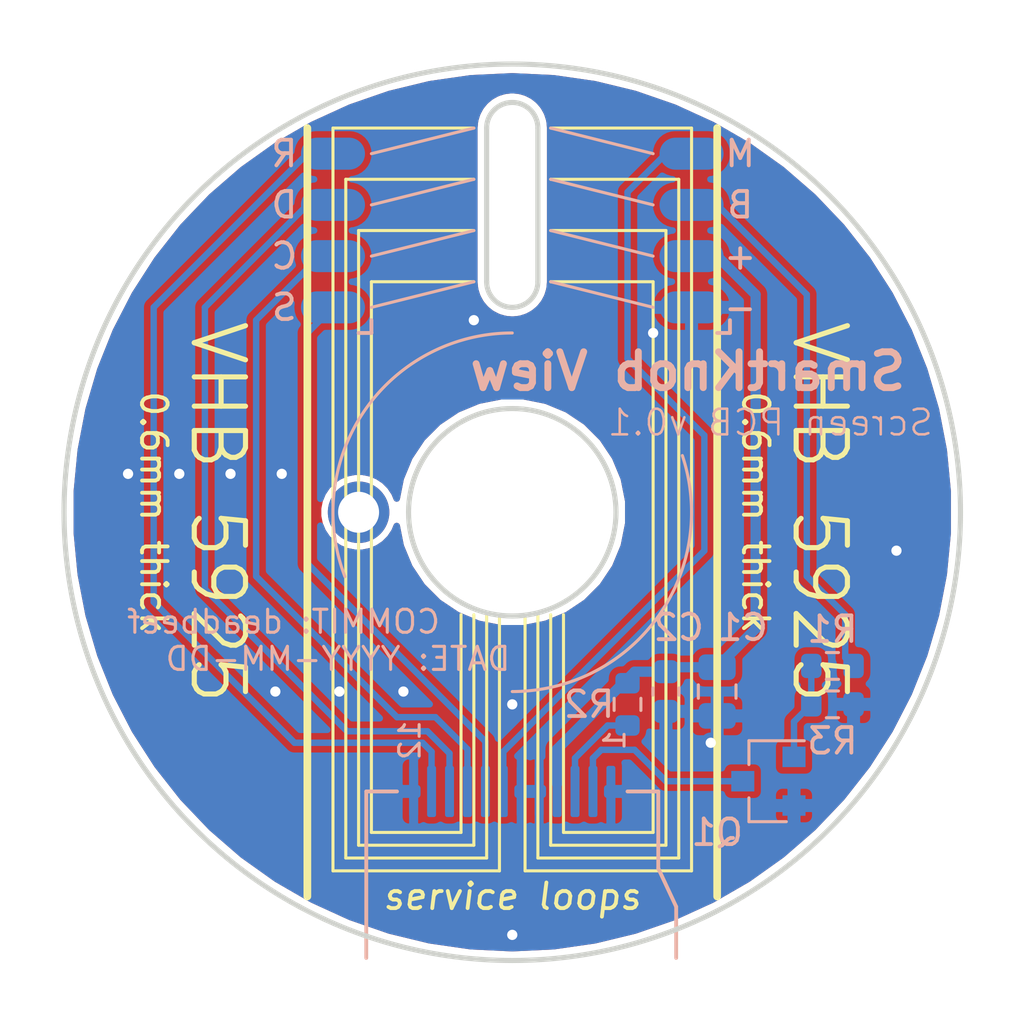
<source format=kicad_pcb>
(kicad_pcb (version 20171130) (host pcbnew 5.1.10-88a1d61d58~90~ubuntu20.04.1)

  (general
    (thickness 1.2)
    (drawings 66)
    (tracks 71)
    (zones 0)
    (modules 10)
    (nets 12)
  )

  (page A4)
  (layers
    (0 F.Cu signal hide)
    (31 B.Cu signal)
    (32 B.Adhes user)
    (33 F.Adhes user)
    (34 B.Paste user)
    (35 F.Paste user)
    (36 B.SilkS user)
    (37 F.SilkS user)
    (38 B.Mask user)
    (39 F.Mask user)
    (40 Dwgs.User user)
    (41 Cmts.User user)
    (42 Eco1.User user)
    (43 Eco2.User user)
    (44 Edge.Cuts user)
    (45 Margin user)
    (46 B.CrtYd user)
    (47 F.CrtYd user)
    (48 B.Fab user)
    (49 F.Fab user)
  )

  (setup
    (last_trace_width 0.25)
    (user_trace_width 0.4)
    (trace_clearance 0.2)
    (zone_clearance 0.254)
    (zone_45_only no)
    (trace_min 0.2)
    (via_size 0.8)
    (via_drill 0.4)
    (via_min_size 0.4)
    (via_min_drill 0.3)
    (uvia_size 0.3)
    (uvia_drill 0.1)
    (uvias_allowed no)
    (uvia_min_size 0.2)
    (uvia_min_drill 0.1)
    (edge_width 0.05)
    (segment_width 0.2)
    (pcb_text_width 0.3)
    (pcb_text_size 1.5 1.5)
    (mod_edge_width 0.12)
    (mod_text_size 1 1)
    (mod_text_width 0.15)
    (pad_size 1.524 1.524)
    (pad_drill 0.762)
    (pad_to_mask_clearance 0)
    (aux_axis_origin 0 0)
    (visible_elements FFFFFF7F)
    (pcbplotparams
      (layerselection 0x010fc_ffffffff)
      (usegerberextensions false)
      (usegerberattributes true)
      (usegerberadvancedattributes true)
      (creategerberjobfile true)
      (excludeedgelayer true)
      (linewidth 0.100000)
      (plotframeref false)
      (viasonmask false)
      (mode 1)
      (useauxorigin false)
      (hpglpennumber 1)
      (hpglpenspeed 20)
      (hpglpendiameter 15.000000)
      (psnegative false)
      (psa4output false)
      (plotreference true)
      (plotvalue true)
      (plotinvisibletext false)
      (padsonsilk false)
      (subtractmaskfromsilk false)
      (outputformat 4)
      (mirror false)
      (drillshape 0)
      (scaleselection 1)
      (outputdirectory "../build/"))
  )

  (net 0 "")
  (net 1 GND)
  (net 2 /VDD)
  (net 3 /DC)
  (net 4 /BACKLIGHT_EN)
  (net 5 /nRESET)
  (net 6 /MOSI)
  (net 7 /SCK)
  (net 8 /nCS)
  (net 9 /LEDA)
  (net 10 /LEDK)
  (net 11 "Net-(Q1-Pad1)")

  (net_class Default "This is the default net class."
    (clearance 0.2)
    (trace_width 0.25)
    (via_dia 0.8)
    (via_drill 0.4)
    (uvia_dia 0.3)
    (uvia_drill 0.1)
    (add_net /BACKLIGHT_EN)
    (add_net /DC)
    (add_net /LEDA)
    (add_net /LEDK)
    (add_net /MOSI)
    (add_net /SCK)
    (add_net /VDD)
    (add_net /nCS)
    (add_net /nRESET)
    (add_net GND)
    (add_net "Net-(H1-Pad1)")
    (add_net "Net-(Q1-Pad1)")
  )

  (module LCD_GC9A01:GC9A01Round1.28 (layer B.Cu) (tedit 6208A85C) (tstamp 6207D05B)
    (at 100 110.9 90)
    (path /620756C7)
    (attr virtual)
    (fp_text reference J2 (at 4 -1 90) (layer B.SilkS) hide
      (effects (font (size 1 1) (thickness 0.15)) (justify mirror))
    )
    (fp_text value GC9A01 (at 0 0.5 90) (layer B.Fab)
      (effects (font (size 1 1) (thickness 0.15)) (justify mirror))
    )
    (fp_line (start 0 -5.7) (end 0 -4.5) (layer B.SilkS) (width 0.15))
    (fp_line (start 0 5.7) (end 0 4.5) (layer B.SilkS) (width 0.15))
    (fp_line (start -4.5 6.4) (end -3 5.7) (layer B.SilkS) (width 0.15))
    (fp_line (start -6.5 6.4) (end -4.5 6.4) (layer B.SilkS) (width 0.15))
    (fp_line (start 0 -5.7) (end -6.5 -5.7) (layer B.SilkS) (width 0.15))
    (fp_line (start 0 5.7) (end -3 5.7) (layer B.SilkS) (width 0.15))
    (fp_text user 12 (at 2 -4 90) (layer B.SilkS)
      (effects (font (size 0.8 0.8) (thickness 0.12)) (justify mirror))
    )
    (fp_text user 1 (at 2 4 90) (layer B.SilkS)
      (effects (font (size 0.8 0.8) (thickness 0.12)) (justify mirror))
    )
    (pad 12 smd roundrect (at 0 -3.85 90) (size 2 0.35) (layers B.Cu B.Paste B.Mask) (roundrect_rratio 0.25)
      (net 1 GND))
    (pad 11 smd roundrect (at 0 -3.15 90) (size 2 0.35) (layers B.Cu B.Paste B.Mask) (roundrect_rratio 0.25)
      (net 5 /nRESET))
    (pad 10 smd roundrect (at 0 -2.45 90) (size 2 0.35) (layers B.Cu B.Paste B.Mask) (roundrect_rratio 0.25)
      (net 6 /MOSI))
    (pad 9 smd roundrect (at 0 -1.75 90) (size 2 0.35) (layers B.Cu B.Paste B.Mask) (roundrect_rratio 0.25)
      (net 7 /SCK))
    (pad 8 smd roundrect (at 0 -1.05 90) (size 2 0.35) (layers B.Cu B.Paste B.Mask) (roundrect_rratio 0.25)
      (net 8 /nCS))
    (pad 7 smd roundrect (at 0 -0.35 90) (size 2 0.35) (layers B.Cu B.Paste B.Mask) (roundrect_rratio 0.25)
      (net 3 /DC))
    (pad 6 smd roundrect (at 0 0.35 90) (size 2 0.35) (layers B.Cu B.Paste B.Mask) (roundrect_rratio 0.25)
      (net 1 GND))
    (pad 5 smd roundrect (at 0 1.05 90) (size 2 0.35) (layers B.Cu B.Paste B.Mask) (roundrect_rratio 0.25)
      (net 1 GND))
    (pad 4 smd roundrect (at 0 1.75 90) (size 2 0.35) (layers B.Cu B.Paste B.Mask) (roundrect_rratio 0.25)
      (net 2 /VDD))
    (pad 3 smd roundrect (at 0 2.45 90) (size 2 0.35) (layers B.Cu B.Paste B.Mask) (roundrect_rratio 0.25)
      (net 9 /LEDA))
    (pad 2 smd roundrect (at 0 3.15 90) (size 2 0.35) (layers B.Cu B.Paste B.Mask) (roundrect_rratio 0.25)
      (net 10 /LEDK))
    (pad 1 smd roundrect (at 0 3.85 90) (size 2 0.35) (layers B.Cu B.Paste B.Mask) (roundrect_rratio 0.25)
      (net 1 GND))
    (model ${KIPRJMOD}/../lib/LCD_GC9A01.3dshapes/TFT-Round-1.28.step
      (offset (xyz 10.9 0 -1.8))
      (scale (xyz 1 1 1))
      (rotate (xyz 0 180 90))
    )
  )

  (module Resistor_SMD:R_0603_1608Metric (layer B.Cu) (tedit 5F68FEEE) (tstamp 6207D0AD)
    (at 112.5 107.5)
    (descr "Resistor SMD 0603 (1608 Metric), square (rectangular) end terminal, IPC_7351 nominal, (Body size source: IPC-SM-782 page 72, https://www.pcb-3d.com/wordpress/wp-content/uploads/ipc-sm-782a_amendment_1_and_2.pdf), generated with kicad-footprint-generator")
    (tags resistor)
    (path /620807F6)
    (attr smd)
    (fp_text reference R3 (at 0 1.43) (layer B.SilkS)
      (effects (font (size 1 1) (thickness 0.15)) (justify mirror))
    )
    (fp_text value 1M (at 0 -1.43) (layer B.Fab)
      (effects (font (size 1 1) (thickness 0.15)) (justify mirror))
    )
    (fp_line (start 1.48 -0.73) (end -1.48 -0.73) (layer B.CrtYd) (width 0.05))
    (fp_line (start 1.48 0.73) (end 1.48 -0.73) (layer B.CrtYd) (width 0.05))
    (fp_line (start -1.48 0.73) (end 1.48 0.73) (layer B.CrtYd) (width 0.05))
    (fp_line (start -1.48 -0.73) (end -1.48 0.73) (layer B.CrtYd) (width 0.05))
    (fp_line (start -0.237258 -0.5225) (end 0.237258 -0.5225) (layer B.SilkS) (width 0.12))
    (fp_line (start -0.237258 0.5225) (end 0.237258 0.5225) (layer B.SilkS) (width 0.12))
    (fp_line (start 0.8 -0.4125) (end -0.8 -0.4125) (layer B.Fab) (width 0.1))
    (fp_line (start 0.8 0.4125) (end 0.8 -0.4125) (layer B.Fab) (width 0.1))
    (fp_line (start -0.8 0.4125) (end 0.8 0.4125) (layer B.Fab) (width 0.1))
    (fp_line (start -0.8 -0.4125) (end -0.8 0.4125) (layer B.Fab) (width 0.1))
    (fp_text user %R (at 0 0) (layer B.Fab)
      (effects (font (size 0.4 0.4) (thickness 0.06)) (justify mirror))
    )
    (pad 2 smd roundrect (at 0.825 0) (size 0.8 0.95) (layers B.Cu B.Paste B.Mask) (roundrect_rratio 0.25)
      (net 1 GND))
    (pad 1 smd roundrect (at -0.825 0) (size 0.8 0.95) (layers B.Cu B.Paste B.Mask) (roundrect_rratio 0.25)
      (net 11 "Net-(Q1-Pad1)"))
    (model ${KISYS3DMOD}/Resistor_SMD.3dshapes/R_0603_1608Metric.wrl
      (at (xyz 0 0 0))
      (scale (xyz 1 1 1))
      (rotate (xyz 0 0 0))
    )
  )

  (module Resistor_SMD:R_0603_1608Metric (layer B.Cu) (tedit 5F68FEEE) (tstamp 6207D09C)
    (at 104.5 107.5 270)
    (descr "Resistor SMD 0603 (1608 Metric), square (rectangular) end terminal, IPC_7351 nominal, (Body size source: IPC-SM-782 page 72, https://www.pcb-3d.com/wordpress/wp-content/uploads/ipc-sm-782a_amendment_1_and_2.pdf), generated with kicad-footprint-generator")
    (tags resistor)
    (path /6209F498)
    (attr smd)
    (fp_text reference R2 (at 0 1.5) (layer B.SilkS)
      (effects (font (size 1 1) (thickness 0.15)) (justify mirror))
    )
    (fp_text value 22R (at 0 -1.43 270) (layer B.Fab)
      (effects (font (size 1 1) (thickness 0.15)) (justify mirror))
    )
    (fp_line (start 1.48 -0.73) (end -1.48 -0.73) (layer B.CrtYd) (width 0.05))
    (fp_line (start 1.48 0.73) (end 1.48 -0.73) (layer B.CrtYd) (width 0.05))
    (fp_line (start -1.48 0.73) (end 1.48 0.73) (layer B.CrtYd) (width 0.05))
    (fp_line (start -1.48 -0.73) (end -1.48 0.73) (layer B.CrtYd) (width 0.05))
    (fp_line (start -0.237258 -0.5225) (end 0.237258 -0.5225) (layer B.SilkS) (width 0.12))
    (fp_line (start -0.237258 0.5225) (end 0.237258 0.5225) (layer B.SilkS) (width 0.12))
    (fp_line (start 0.8 -0.4125) (end -0.8 -0.4125) (layer B.Fab) (width 0.1))
    (fp_line (start 0.8 0.4125) (end 0.8 -0.4125) (layer B.Fab) (width 0.1))
    (fp_line (start -0.8 0.4125) (end 0.8 0.4125) (layer B.Fab) (width 0.1))
    (fp_line (start -0.8 -0.4125) (end -0.8 0.4125) (layer B.Fab) (width 0.1))
    (fp_text user %R (at 0 0 270) (layer B.Fab)
      (effects (font (size 0.4 0.4) (thickness 0.06)) (justify mirror))
    )
    (pad 2 smd roundrect (at 0.825 0 270) (size 0.8 0.95) (layers B.Cu B.Paste B.Mask) (roundrect_rratio 0.25)
      (net 9 /LEDA))
    (pad 1 smd roundrect (at -0.825 0 270) (size 0.8 0.95) (layers B.Cu B.Paste B.Mask) (roundrect_rratio 0.25)
      (net 2 /VDD))
    (model ${KISYS3DMOD}/Resistor_SMD.3dshapes/R_0603_1608Metric.wrl
      (at (xyz 0 0 0))
      (scale (xyz 1 1 1))
      (rotate (xyz 0 0 0))
    )
  )

  (module Resistor_SMD:R_0603_1608Metric (layer B.Cu) (tedit 5F68FEEE) (tstamp 6207D08B)
    (at 112.5 106 180)
    (descr "Resistor SMD 0603 (1608 Metric), square (rectangular) end terminal, IPC_7351 nominal, (Body size source: IPC-SM-782 page 72, https://www.pcb-3d.com/wordpress/wp-content/uploads/ipc-sm-782a_amendment_1_and_2.pdf), generated with kicad-footprint-generator")
    (tags resistor)
    (path /6208164C)
    (attr smd)
    (fp_text reference R1 (at 0 1.43) (layer B.SilkS)
      (effects (font (size 1 1) (thickness 0.15)) (justify mirror))
    )
    (fp_text value 10k (at 0 -1.43) (layer B.Fab)
      (effects (font (size 1 1) (thickness 0.15)) (justify mirror))
    )
    (fp_line (start 1.48 -0.73) (end -1.48 -0.73) (layer B.CrtYd) (width 0.05))
    (fp_line (start 1.48 0.73) (end 1.48 -0.73) (layer B.CrtYd) (width 0.05))
    (fp_line (start -1.48 0.73) (end 1.48 0.73) (layer B.CrtYd) (width 0.05))
    (fp_line (start -1.48 -0.73) (end -1.48 0.73) (layer B.CrtYd) (width 0.05))
    (fp_line (start -0.237258 -0.5225) (end 0.237258 -0.5225) (layer B.SilkS) (width 0.12))
    (fp_line (start -0.237258 0.5225) (end 0.237258 0.5225) (layer B.SilkS) (width 0.12))
    (fp_line (start 0.8 -0.4125) (end -0.8 -0.4125) (layer B.Fab) (width 0.1))
    (fp_line (start 0.8 0.4125) (end 0.8 -0.4125) (layer B.Fab) (width 0.1))
    (fp_line (start -0.8 0.4125) (end 0.8 0.4125) (layer B.Fab) (width 0.1))
    (fp_line (start -0.8 -0.4125) (end -0.8 0.4125) (layer B.Fab) (width 0.1))
    (fp_text user %R (at 0 0) (layer B.Fab)
      (effects (font (size 0.4 0.4) (thickness 0.06)) (justify mirror))
    )
    (pad 2 smd roundrect (at 0.825 0 180) (size 0.8 0.95) (layers B.Cu B.Paste B.Mask) (roundrect_rratio 0.25)
      (net 11 "Net-(Q1-Pad1)"))
    (pad 1 smd roundrect (at -0.825 0 180) (size 0.8 0.95) (layers B.Cu B.Paste B.Mask) (roundrect_rratio 0.25)
      (net 4 /BACKLIGHT_EN))
    (model ${KISYS3DMOD}/Resistor_SMD.3dshapes/R_0603_1608Metric.wrl
      (at (xyz 0 0 0))
      (scale (xyz 1 1 1))
      (rotate (xyz 0 0 0))
    )
  )

  (module Package_TO_SOT_SMD:SOT-23 (layer B.Cu) (tedit 5A02FF57) (tstamp 6207D07A)
    (at 110 110.5 180)
    (descr "SOT-23, Standard")
    (tags SOT-23)
    (path /6207DB9F)
    (attr smd)
    (fp_text reference Q1 (at 2 -2 180) (layer B.SilkS)
      (effects (font (size 1 1) (thickness 0.15)) (justify mirror))
    )
    (fp_text value 2N7002 (at 0 -2.5 180) (layer B.Fab)
      (effects (font (size 1 1) (thickness 0.15)) (justify mirror))
    )
    (fp_line (start 0.76 -1.58) (end -0.7 -1.58) (layer B.SilkS) (width 0.12))
    (fp_line (start 0.76 1.58) (end -1.4 1.58) (layer B.SilkS) (width 0.12))
    (fp_line (start -1.7 -1.75) (end -1.7 1.75) (layer B.CrtYd) (width 0.05))
    (fp_line (start 1.7 -1.75) (end -1.7 -1.75) (layer B.CrtYd) (width 0.05))
    (fp_line (start 1.7 1.75) (end 1.7 -1.75) (layer B.CrtYd) (width 0.05))
    (fp_line (start -1.7 1.75) (end 1.7 1.75) (layer B.CrtYd) (width 0.05))
    (fp_line (start 0.76 1.58) (end 0.76 0.65) (layer B.SilkS) (width 0.12))
    (fp_line (start 0.76 -1.58) (end 0.76 -0.65) (layer B.SilkS) (width 0.12))
    (fp_line (start -0.7 -1.52) (end 0.7 -1.52) (layer B.Fab) (width 0.1))
    (fp_line (start 0.7 1.52) (end 0.7 -1.52) (layer B.Fab) (width 0.1))
    (fp_line (start -0.7 0.95) (end -0.15 1.52) (layer B.Fab) (width 0.1))
    (fp_line (start -0.15 1.52) (end 0.7 1.52) (layer B.Fab) (width 0.1))
    (fp_line (start -0.7 0.95) (end -0.7 -1.5) (layer B.Fab) (width 0.1))
    (fp_text user %R (at 0 0 90) (layer B.Fab)
      (effects (font (size 0.5 0.5) (thickness 0.075)) (justify mirror))
    )
    (pad 3 smd rect (at 1 0 180) (size 0.9 0.8) (layers B.Cu B.Paste B.Mask)
      (net 10 /LEDK))
    (pad 2 smd rect (at -1 -0.95 180) (size 0.9 0.8) (layers B.Cu B.Paste B.Mask)
      (net 1 GND))
    (pad 1 smd rect (at -1 0.95 180) (size 0.9 0.8) (layers B.Cu B.Paste B.Mask)
      (net 11 "Net-(Q1-Pad1)"))
    (model ${KISYS3DMOD}/Package_TO_SOT_SMD.3dshapes/SOT-23.wrl
      (at (xyz 0 0 0))
      (scale (xyz 1 1 1))
      (rotate (xyz 0 0 0))
    )
  )

  (module SolderPads:SolderPads_2mm_4 (layer B.Cu) (tedit 62075369) (tstamp 6207D74B)
    (at 93 92 90)
    (path /62076D99)
    (fp_text reference J3 (at 0 -0.5 270) (layer B.SilkS) hide
      (effects (font (size 1 1) (thickness 0.15)) (justify mirror))
    )
    (fp_text value Conn_01x04 (at 0 0.5 270) (layer B.Fab)
      (effects (font (size 1 1) (thickness 0.15)) (justify mirror))
    )
    (fp_line (start -1 1.5) (end -1 1) (layer B.SilkS) (width 0.15))
    (fp_line (start -0.5 1.5) (end -1 1.5) (layer B.SilkS) (width 0.15))
    (pad 4 smd oval (at 6 0 90) (size 1.25 2.5) (layers B.Cu B.Mask)
      (net 5 /nRESET))
    (pad 3 smd oval (at 4 0 90) (size 1.25 2.5) (layers B.Cu B.Mask)
      (net 6 /MOSI))
    (pad 2 smd oval (at 2 0 90) (size 1.25 2.5) (layers B.Cu B.Mask)
      (net 7 /SCK))
    (pad 1 smd oval (at 0 0 90) (size 1.25 2.5) (layers B.Cu B.Mask)
      (net 8 /nCS))
  )

  (module SolderPads:SolderPads_2mm_4 (layer B.Cu) (tedit 62075369) (tstamp 620C013A)
    (at 107 92 90)
    (path /6207690B)
    (fp_text reference J1 (at 0 -0.5 270) (layer B.SilkS) hide
      (effects (font (size 1 1) (thickness 0.15)) (justify mirror))
    )
    (fp_text value Conn_01x04 (at 0 0.5 270) (layer B.Fab)
      (effects (font (size 1 1) (thickness 0.15)) (justify mirror))
    )
    (fp_line (start -1 1.5) (end -1 1) (layer B.SilkS) (width 0.15))
    (fp_line (start -0.5 1.5) (end -1 1.5) (layer B.SilkS) (width 0.15))
    (pad 4 smd oval (at 6 0 90) (size 1.25 2.5) (layers B.Cu B.Mask)
      (net 3 /DC))
    (pad 3 smd oval (at 4 0 90) (size 1.25 2.5) (layers B.Cu B.Mask)
      (net 4 /BACKLIGHT_EN))
    (pad 2 smd oval (at 2 0 90) (size 1.25 2.5) (layers B.Cu B.Mask)
      (net 2 /VDD))
    (pad 1 smd oval (at 0 0 90) (size 1.25 2.5) (layers B.Cu B.Mask)
      (net 1 GND))
  )

  (module Holes:AlignmentHole_1.6 locked (layer F.Cu) (tedit 620752D6) (tstamp 6207D039)
    (at 94 100)
    (descr "Mounting Hole 2.2mm, no annular, M2, ISO7380")
    (tags "mounting hole 2.2mm no annular m2 iso7380")
    (path /62075165)
    (attr virtual)
    (fp_text reference H1 (at 0 -2.75) (layer F.SilkS) hide
      (effects (font (size 1 1) (thickness 0.15)))
    )
    (fp_text value AlignmentHole (at 0 2.75) (layer F.Fab) hide
      (effects (font (size 1 1) (thickness 0.15)))
    )
    (fp_text user %R (at 0.3 0) (layer F.Fab)
      (effects (font (size 1 1) (thickness 0.15)))
    )
    (pad 1 thru_hole circle (at 0 0) (size 2.4 2.4) (drill 1.6) (layers *.Cu *.Mask))
  )

  (module Capacitor_SMD:C_0603_1608Metric (layer B.Cu) (tedit 5F68FEEE) (tstamp 6207D496)
    (at 106 107 270)
    (descr "Capacitor SMD 0603 (1608 Metric), square (rectangular) end terminal, IPC_7351 nominal, (Body size source: IPC-SM-782 page 76, https://www.pcb-3d.com/wordpress/wp-content/uploads/ipc-sm-782a_amendment_1_and_2.pdf), generated with kicad-footprint-generator")
    (tags capacitor)
    (path /620AE2F6)
    (attr smd)
    (fp_text reference C2 (at -2.5 -0.5) (layer B.SilkS)
      (effects (font (size 1 1) (thickness 0.15)) (justify mirror))
    )
    (fp_text value 0.1uF (at 0 -1.43 270) (layer B.Fab)
      (effects (font (size 1 1) (thickness 0.15)) (justify mirror))
    )
    (fp_line (start 1.48 -0.73) (end -1.48 -0.73) (layer B.CrtYd) (width 0.05))
    (fp_line (start 1.48 0.73) (end 1.48 -0.73) (layer B.CrtYd) (width 0.05))
    (fp_line (start -1.48 0.73) (end 1.48 0.73) (layer B.CrtYd) (width 0.05))
    (fp_line (start -1.48 -0.73) (end -1.48 0.73) (layer B.CrtYd) (width 0.05))
    (fp_line (start -0.14058 -0.51) (end 0.14058 -0.51) (layer B.SilkS) (width 0.12))
    (fp_line (start -0.14058 0.51) (end 0.14058 0.51) (layer B.SilkS) (width 0.12))
    (fp_line (start 0.8 -0.4) (end -0.8 -0.4) (layer B.Fab) (width 0.1))
    (fp_line (start 0.8 0.4) (end 0.8 -0.4) (layer B.Fab) (width 0.1))
    (fp_line (start -0.8 0.4) (end 0.8 0.4) (layer B.Fab) (width 0.1))
    (fp_line (start -0.8 -0.4) (end -0.8 0.4) (layer B.Fab) (width 0.1))
    (fp_text user %R (at 0 0 270) (layer B.Fab)
      (effects (font (size 0.4 0.4) (thickness 0.06)) (justify mirror))
    )
    (pad 2 smd roundrect (at 0.775 0 270) (size 0.9 0.95) (layers B.Cu B.Paste B.Mask) (roundrect_rratio 0.25)
      (net 1 GND))
    (pad 1 smd roundrect (at -0.775 0 270) (size 0.9 0.95) (layers B.Cu B.Paste B.Mask) (roundrect_rratio 0.25)
      (net 2 /VDD))
    (model ${KISYS3DMOD}/Capacitor_SMD.3dshapes/C_0603_1608Metric.wrl
      (at (xyz 0 0 0))
      (scale (xyz 1 1 1))
      (rotate (xyz 0 0 0))
    )
  )

  (module Capacitor_SMD:C_0805_2012Metric (layer B.Cu) (tedit 5F68FEEE) (tstamp 6207D4C6)
    (at 108 107 270)
    (descr "Capacitor SMD 0805 (2012 Metric), square (rectangular) end terminal, IPC_7351 nominal, (Body size source: IPC-SM-782 page 76, https://www.pcb-3d.com/wordpress/wp-content/uploads/ipc-sm-782a_amendment_1_and_2.pdf, https://docs.google.com/spreadsheets/d/1BsfQQcO9C6DZCsRaXUlFlo91Tg2WpOkGARC1WS5S8t0/edit?usp=sharing), generated with kicad-footprint-generator")
    (tags capacitor)
    (path /6208DA53)
    (attr smd)
    (fp_text reference C1 (at -2.5 -1) (layer B.SilkS)
      (effects (font (size 1 1) (thickness 0.15)) (justify mirror))
    )
    (fp_text value 22uF (at 0 -1.68 270) (layer B.Fab)
      (effects (font (size 1 1) (thickness 0.15)) (justify mirror))
    )
    (fp_line (start 1.7 -0.98) (end -1.7 -0.98) (layer B.CrtYd) (width 0.05))
    (fp_line (start 1.7 0.98) (end 1.7 -0.98) (layer B.CrtYd) (width 0.05))
    (fp_line (start -1.7 0.98) (end 1.7 0.98) (layer B.CrtYd) (width 0.05))
    (fp_line (start -1.7 -0.98) (end -1.7 0.98) (layer B.CrtYd) (width 0.05))
    (fp_line (start -0.261252 -0.735) (end 0.261252 -0.735) (layer B.SilkS) (width 0.12))
    (fp_line (start -0.261252 0.735) (end 0.261252 0.735) (layer B.SilkS) (width 0.12))
    (fp_line (start 1 -0.625) (end -1 -0.625) (layer B.Fab) (width 0.1))
    (fp_line (start 1 0.625) (end 1 -0.625) (layer B.Fab) (width 0.1))
    (fp_line (start -1 0.625) (end 1 0.625) (layer B.Fab) (width 0.1))
    (fp_line (start -1 -0.625) (end -1 0.625) (layer B.Fab) (width 0.1))
    (fp_text user %R (at 0 0 270) (layer B.Fab)
      (effects (font (size 0.5 0.5) (thickness 0.08)) (justify mirror))
    )
    (pad 2 smd roundrect (at 0.95 0 270) (size 1 1.45) (layers B.Cu B.Paste B.Mask) (roundrect_rratio 0.25)
      (net 1 GND))
    (pad 1 smd roundrect (at -0.95 0 270) (size 1 1.45) (layers B.Cu B.Paste B.Mask) (roundrect_rratio 0.25)
      (net 2 /VDD))
    (model ${KISYS3DMOD}/Capacitor_SMD.3dshapes/C_0805_2012Metric.wrl
      (at (xyz 0 0 0))
      (scale (xyz 1 1 1))
      (rotate (xyz 0 0 0))
    )
  )

  (gr_line (start 101.5 91) (end 105.5 92) (layer B.SilkS) (width 0.12) (tstamp 620C24DF))
  (gr_line (start 101.5 89) (end 105.5 90) (layer B.SilkS) (width 0.12) (tstamp 620C24DF))
  (gr_line (start 101.5 87) (end 105.5 88) (layer B.SilkS) (width 0.12) (tstamp 620C24DF))
  (gr_line (start 101.5 85) (end 105.5 86) (layer B.SilkS) (width 0.12) (tstamp 620C24DA))
  (gr_line (start 98.5 91) (end 94.5 92) (layer B.SilkS) (width 0.12) (tstamp 620C23A8))
  (gr_line (start 98.5 89) (end 94.5 90) (layer B.SilkS) (width 0.12) (tstamp 620C23A8))
  (gr_line (start 98.5 87) (end 94.5 88) (layer B.SilkS) (width 0.12) (tstamp 620C23A8))
  (gr_line (start 98.5 85) (end 94.5 86) (layer B.SilkS) (width 0.12) (tstamp 620C23A4))
  (gr_text "VHB 5925" (at 88.5 100 -90) (layer F.SilkS) (tstamp 620C0FC5)
    (effects (font (size 2 2) (thickness 0.2)))
  )
  (gr_arc (start 100 100) (end 100 107) (angle -108.4349488) (layer B.SilkS) (width 0.12) (tstamp 620C0C43))
  (gr_line (start 98.5 91) (end 94.5 91) (layer F.SilkS) (width 0.12) (tstamp 620C0A67))
  (gr_line (start 101 91) (end 101 85) (layer Edge.Cuts) (width 0.2) (tstamp 620C0238))
  (gr_line (start 99 85) (end 99 91) (layer Edge.Cuts) (width 0.2) (tstamp 620C0236))
  (gr_arc (start 100 91) (end 99 91) (angle -180) (layer Edge.Cuts) (width 0.2) (tstamp 620C0228))
  (gr_arc (start 100 85) (end 101 85) (angle -180) (layer Edge.Cuts) (width 0.2))
  (gr_arc (start 100 100) (end 100 93) (angle -111.037511) (layer B.SilkS) (width 0.12))
  (gr_text "    COMMIT: deadbeef\nDATE: YYYY-MM-DD\n" (at 100 105) (layer B.SilkS) (tstamp 620BB164)
    (effects (font (size 0.9 0.9) (thickness 0.12)) (justify left mirror))
  )
  (gr_text "Screen PCB v0.1" (at 116.5 96.5) (layer B.SilkS)
    (effects (font (size 1 1) (thickness 0.1)) (justify left mirror))
  )
  (gr_text "SmartKnob View" (at 115.5 94.5) (layer B.SilkS) (tstamp 620C0ACE)
    (effects (font (size 1.4 1.4) (thickness 0.27)) (justify left mirror))
  )
  (gr_line (start 101 113.5) (end 101 104) (layer F.SilkS) (width 0.12))
  (gr_text S (at 91.1 92) (layer B.SilkS)
    (effects (font (size 1 1) (thickness 0.15)) (justify mirror))
  )
  (gr_text C (at 91.1 90) (layer B.SilkS)
    (effects (font (size 1 1) (thickness 0.15)) (justify mirror))
  )
  (gr_text - (at 108.9 92) (layer B.SilkS)
    (effects (font (size 1 1) (thickness 0.15)) (justify mirror))
  )
  (gr_text + (at 108.9 90) (layer B.SilkS)
    (effects (font (size 1 1) (thickness 0.15)) (justify mirror))
  )
  (gr_text B (at 108.9 88) (layer B.SilkS)
    (effects (font (size 1 1) (thickness 0.15)) (justify mirror))
  )
  (gr_text D (at 91.1 88) (layer B.SilkS)
    (effects (font (size 1 1) (thickness 0.15)) (justify mirror))
  )
  (gr_text M (at 108.9 86) (layer B.SilkS)
    (effects (font (size 1 1) (thickness 0.15)) (justify mirror))
  )
  (gr_text R (at 91.1 86) (layer B.SilkS)
    (effects (font (size 1 1) (thickness 0.15)) (justify mirror))
  )
  (gr_text "0.6mm thick" (at 86 100 -90) (layer F.SilkS) (tstamp 6208F7F2)
    (effects (font (size 1 1) (thickness 0.15)))
  )
  (gr_text "0.6mm thick" (at 109.5 100 -90) (layer F.SilkS)
    (effects (font (size 1 1) (thickness 0.15)))
  )
  (gr_line (start 98 112.5) (end 98 104) (layer F.SilkS) (width 0.12))
  (gr_line (start 94.5 112.5) (end 98 112.5) (layer F.SilkS) (width 0.12))
  (gr_line (start 94.5 91) (end 94.5 112.5) (layer F.SilkS) (width 0.12))
  (gr_line (start 98.5 113) (end 98.5 104) (layer F.SilkS) (width 0.12))
  (gr_line (start 94 113) (end 98.5 113) (layer F.SilkS) (width 0.12))
  (gr_line (start 94 89) (end 94 113) (layer F.SilkS) (width 0.12))
  (gr_line (start 98.5 89) (end 94 89) (layer F.SilkS) (width 0.12))
  (gr_line (start 99 113.5) (end 99 104) (layer F.SilkS) (width 0.12))
  (gr_line (start 93.5 113.5) (end 99 113.5) (layer F.SilkS) (width 0.12))
  (gr_line (start 93.5 87) (end 93.5 113.5) (layer F.SilkS) (width 0.12))
  (gr_line (start 98.5 87) (end 93.5 87) (layer F.SilkS) (width 0.12))
  (gr_line (start 99.5 114) (end 99.5 104) (layer F.SilkS) (width 0.12))
  (gr_line (start 93 114) (end 99.5 114) (layer F.SilkS) (width 0.12))
  (gr_line (start 93 85) (end 93 114) (layer F.SilkS) (width 0.12))
  (gr_line (start 98.5 85) (end 93 85) (layer F.SilkS) (width 0.12))
  (gr_text "service loops" (at 100 115) (layer F.SilkS) (tstamp 6208F6F4)
    (effects (font (size 1 1) (thickness 0.15) italic))
  )
  (gr_line (start 102 112.5) (end 102 104) (layer F.SilkS) (width 0.12))
  (gr_line (start 105.5 112.5) (end 102 112.5) (layer F.SilkS) (width 0.12))
  (gr_line (start 105.5 91) (end 105.5 112.5) (layer F.SilkS) (width 0.12))
  (gr_line (start 101.5 91) (end 105.5 91) (layer F.SilkS) (width 0.12))
  (gr_line (start 101.5 113) (end 101.5 104) (layer F.SilkS) (width 0.12))
  (gr_line (start 106 113) (end 101.5 113) (layer F.SilkS) (width 0.12))
  (gr_line (start 106 89) (end 106 113) (layer F.SilkS) (width 0.12) (tstamp 6208F6BF))
  (gr_line (start 101.5 89) (end 106 89) (layer F.SilkS) (width 0.12))
  (gr_line (start 106.5 113.5) (end 101 113.5) (layer F.SilkS) (width 0.12))
  (gr_line (start 106.5 87) (end 106.5 113.5) (layer F.SilkS) (width 0.12))
  (gr_line (start 101.5 87) (end 106.5 87) (layer F.SilkS) (width 0.12))
  (gr_line (start 100.5 114) (end 100.5 104) (layer F.SilkS) (width 0.12))
  (gr_line (start 107 114) (end 100.5 114) (layer F.SilkS) (width 0.12))
  (gr_line (start 107 85) (end 107 114) (layer F.SilkS) (width 0.12))
  (gr_line (start 101.5 85) (end 107 85) (layer F.SilkS) (width 0.12))
  (gr_text "VHB 5925" (at 112 100 -90) (layer F.SilkS)
    (effects (font (size 2 2) (thickness 0.2)))
  )
  (gr_line (start 92 85) (end 92 115) (layer F.SilkS) (width 0.3))
  (gr_line (start 108 85) (end 108 115) (layer F.SilkS) (width 0.3))
  (gr_circle (center 100 100) (end 117.5 100) (layer Edge.Cuts) (width 0.2))
  (gr_circle (center 100 100) (end 104.05 100) (layer Edge.Cuts) (width 0.2))

  (via (at 91 98.5) (size 0.8) (drill 0.4) (layers F.Cu B.Cu) (net 1))
  (via (at 89 98.5) (size 0.8) (drill 0.4) (layers F.Cu B.Cu) (net 1))
  (via (at 87 98.5) (size 0.8) (drill 0.4) (layers F.Cu B.Cu) (net 1))
  (via (at 95.75 107) (size 0.8) (drill 0.4) (layers F.Cu B.Cu) (net 1))
  (via (at 93.25 107) (size 0.8) (drill 0.4) (layers F.Cu B.Cu) (net 1) (tstamp 620905D8))
  (via (at 90.75 107) (size 0.8) (drill 0.4) (layers F.Cu B.Cu) (net 1))
  (via (at 100 116.5) (size 0.8) (drill 0.4) (layers F.Cu B.Cu) (net 1))
  (via (at 115 101.5) (size 0.8) (drill 0.4) (layers F.Cu B.Cu) (net 1))
  (via (at 85 98.5) (size 0.8) (drill 0.4) (layers F.Cu B.Cu) (net 1))
  (via (at 100 107.5) (size 0.8) (drill 0.4) (layers F.Cu B.Cu) (net 1))
  (via (at 107.75 109) (size 0.8) (drill 0.4) (layers F.Cu B.Cu) (net 1))
  (via (at 98.5 92.5) (size 0.8) (drill 0.4) (layers F.Cu B.Cu) (net 1))
  (via (at 105.5 93) (size 0.8) (drill 0.4) (layers F.Cu B.Cu) (net 1))
  (segment (start 106.175 106.05) (end 106 106.225) (width 0.25) (layer B.Cu) (net 2))
  (segment (start 108 106.05) (end 106.175 106.05) (width 0.4) (layer B.Cu) (net 2))
  (segment (start 104.775 106.225) (end 101.75 109.25) (width 0.4) (layer B.Cu) (net 2))
  (segment (start 106 106.225) (end 104.775 106.225) (width 0.4) (layer B.Cu) (net 2))
  (segment (start 101.75 109.25) (end 101.75 110.6) (width 0.4) (layer B.Cu) (net 2))
  (segment (start 109.5 104.55) (end 108 106.05) (width 0.4) (layer B.Cu) (net 2))
  (segment (start 109.5 91.5) (end 109.5 104.55) (width 0.4) (layer B.Cu) (net 2))
  (segment (start 108 90) (end 109.5 91.5) (width 0.4) (layer B.Cu) (net 2))
  (segment (start 108 90) (end 107 90) (width 0.4) (layer B.Cu) (net 2))
  (segment (start 106 86) (end 107 86) (width 0.25) (layer B.Cu) (net 3))
  (segment (start 104.5 87.5) (end 106 86) (width 0.25) (layer B.Cu) (net 3))
  (segment (start 104.5 94) (end 104.5 87.5) (width 0.25) (layer B.Cu) (net 3))
  (segment (start 107.5 101.5) (end 107.5 97) (width 0.25) (layer B.Cu) (net 3))
  (segment (start 107.5 97) (end 104.5 94) (width 0.25) (layer B.Cu) (net 3))
  (segment (start 99.65 109.35) (end 107.5 101.5) (width 0.25) (layer B.Cu) (net 3))
  (segment (start 99.65 110.6) (end 99.65 109.35) (width 0.25) (layer B.Cu) (net 3))
  (segment (start 113 104) (end 113 105.675) (width 0.25) (layer B.Cu) (net 4))
  (segment (start 111.5 102.5) (end 113 104) (width 0.25) (layer B.Cu) (net 4))
  (segment (start 111.5 91.5) (end 111.5 102.5) (width 0.25) (layer B.Cu) (net 4))
  (segment (start 108 88) (end 111.5 91.5) (width 0.25) (layer B.Cu) (net 4))
  (segment (start 113 105.675) (end 113.325 106) (width 0.25) (layer B.Cu) (net 4))
  (segment (start 107 88) (end 108 88) (width 0.25) (layer B.Cu) (net 4))
  (segment (start 86 92) (end 92 86) (width 0.25) (layer B.Cu) (net 5))
  (segment (start 86 103.5) (end 86 92) (width 0.25) (layer B.Cu) (net 5))
  (segment (start 91.5 109) (end 86 103.5) (width 0.25) (layer B.Cu) (net 5))
  (segment (start 96.5 109) (end 91.5 109) (width 0.25) (layer B.Cu) (net 5))
  (segment (start 96.85 109.35) (end 96.5 109) (width 0.25) (layer B.Cu) (net 5))
  (segment (start 92 86) (end 93 86) (width 0.25) (layer B.Cu) (net 5))
  (segment (start 96.85 110.6) (end 96.85 109.35) (width 0.25) (layer B.Cu) (net 5))
  (segment (start 96.686401 108.549991) (end 97.55 109.413589) (width 0.25) (layer B.Cu) (net 6))
  (segment (start 93.549991 108.549991) (end 96.686401 108.549991) (width 0.25) (layer B.Cu) (net 6))
  (segment (start 88 103) (end 93.549991 108.549991) (width 0.25) (layer B.Cu) (net 6))
  (segment (start 97.55 109.413589) (end 97.55 110.6) (width 0.25) (layer B.Cu) (net 6))
  (segment (start 88 92) (end 88 103) (width 0.25) (layer B.Cu) (net 6))
  (segment (start 92 88) (end 88 92) (width 0.25) (layer B.Cu) (net 6))
  (segment (start 93 88) (end 92 88) (width 0.25) (layer B.Cu) (net 6))
  (segment (start 90 92.5) (end 92.5 90) (width 0.25) (layer B.Cu) (net 7))
  (segment (start 95.5 108) (end 90 102.5) (width 0.25) (layer B.Cu) (net 7))
  (segment (start 90 102.5) (end 90 92.5) (width 0.25) (layer B.Cu) (net 7))
  (segment (start 97 108) (end 95.5 108) (width 0.25) (layer B.Cu) (net 7))
  (segment (start 98.25 109.25) (end 97 108) (width 0.25) (layer B.Cu) (net 7))
  (segment (start 92.5 90) (end 93 90) (width 0.25) (layer B.Cu) (net 7))
  (segment (start 98.25 110.6) (end 98.25 109.25) (width 0.25) (layer B.Cu) (net 7))
  (segment (start 92 93) (end 93 92) (width 0.25) (layer B.Cu) (net 8))
  (segment (start 92 102) (end 92 93) (width 0.25) (layer B.Cu) (net 8))
  (segment (start 98.95 108.95) (end 92 102) (width 0.25) (layer B.Cu) (net 8))
  (segment (start 98.95 110.6) (end 98.95 108.95) (width 0.25) (layer B.Cu) (net 8))
  (segment (start 103.725 108.325) (end 104.5 108.325) (width 0.25) (layer B.Cu) (net 9))
  (segment (start 102.45 109.6) (end 103.725 108.325) (width 0.25) (layer B.Cu) (net 9))
  (segment (start 102.45 110.6) (end 102.45 109.6) (width 0.25) (layer B.Cu) (net 9))
  (segment (start 103.47501 109.27499) (end 104.77499 109.27499) (width 0.25) (layer B.Cu) (net 10))
  (segment (start 103.15 109.6) (end 103.47501 109.27499) (width 0.25) (layer B.Cu) (net 10))
  (segment (start 103.15 110.6) (end 103.15 109.6) (width 0.25) (layer B.Cu) (net 10))
  (segment (start 106 110.5) (end 109 110.5) (width 0.25) (layer B.Cu) (net 10))
  (segment (start 104.77499 109.27499) (end 106 110.5) (width 0.25) (layer B.Cu) (net 10))
  (segment (start 111 108.175) (end 111.675 107.5) (width 0.25) (layer B.Cu) (net 11))
  (segment (start 111 109.55) (end 111 108.175) (width 0.25) (layer B.Cu) (net 11))
  (segment (start 111.675 106) (end 111.675 107.5) (width 0.25) (layer B.Cu) (net 11))

  (zone (net 1) (net_name GND) (layer F.Cu) (tstamp 620B8EC8) (hatch edge 0.508)
    (connect_pads (clearance 0.254))
    (min_thickness 0.254)
    (fill yes (arc_segments 32) (thermal_gap 0.254) (thermal_bridge_width 0.508))
    (polygon
      (pts
        (xy 120 120) (xy 80 120) (xy 80 80) (xy 120 80)
      )
    )
    (filled_polygon
      (pts
        (xy 101.617759 83.058063) (xy 103.220867 83.288556) (xy 104.794806 83.670389) (xy 106.325323 84.200106) (xy 107.798557 84.872909)
        (xy 109.201166 85.682706) (xy 110.520448 86.622162) (xy 111.744455 87.68277) (xy 112.862102 88.854925) (xy 113.863268 90.128011)
        (xy 114.738886 91.4905) (xy 115.481027 92.930052) (xy 116.082969 94.43363) (xy 116.539261 95.987619) (xy 116.845771 97.577944)
        (xy 116.999723 99.190203) (xy 116.999723 100.809797) (xy 116.845771 102.422056) (xy 116.539261 104.012381) (xy 116.082969 105.56637)
        (xy 115.481027 107.069948) (xy 114.738886 108.5095) (xy 113.863268 109.871989) (xy 112.862102 111.145075) (xy 111.744455 112.31723)
        (xy 110.520448 113.377838) (xy 109.201166 114.317294) (xy 107.798557 115.127091) (xy 106.325323 115.799894) (xy 104.794806 116.329611)
        (xy 103.220867 116.711444) (xy 101.617759 116.941937) (xy 100 117.019) (xy 98.382241 116.941937) (xy 96.779133 116.711444)
        (xy 95.205194 116.329611) (xy 93.674677 115.799894) (xy 92.201443 115.127091) (xy 90.798834 114.317294) (xy 89.479552 113.377838)
        (xy 88.255545 112.31723) (xy 87.137898 111.145075) (xy 86.136732 109.871989) (xy 85.261114 108.5095) (xy 84.518973 107.069948)
        (xy 83.917031 105.56637) (xy 83.460739 104.012381) (xy 83.154229 102.422056) (xy 83.000277 100.809797) (xy 83.000277 99.844285)
        (xy 92.419 99.844285) (xy 92.419 100.155715) (xy 92.479757 100.461161) (xy 92.598936 100.748884) (xy 92.771957 101.007829)
        (xy 92.992171 101.228043) (xy 93.251116 101.401064) (xy 93.538839 101.520243) (xy 93.844285 101.581) (xy 94.155715 101.581)
        (xy 94.461161 101.520243) (xy 94.748884 101.401064) (xy 95.007829 101.228043) (xy 95.228043 101.007829) (xy 95.401064 100.748884)
        (xy 95.488945 100.536722) (xy 95.644965 101.321086) (xy 95.986376 102.145327) (xy 96.482029 102.887124) (xy 97.112876 103.517971)
        (xy 97.854673 104.013624) (xy 98.678914 104.355035) (xy 99.553924 104.529086) (xy 100.446076 104.529086) (xy 101.321086 104.355035)
        (xy 102.145327 104.013624) (xy 102.887124 103.517971) (xy 103.517971 102.887124) (xy 104.013624 102.145327) (xy 104.355035 101.321086)
        (xy 104.529086 100.446076) (xy 104.529086 99.553924) (xy 104.355035 98.678914) (xy 104.013624 97.854673) (xy 103.517971 97.112876)
        (xy 102.887124 96.482029) (xy 102.145327 95.986376) (xy 101.321086 95.644965) (xy 100.446076 95.470914) (xy 99.553924 95.470914)
        (xy 98.678914 95.644965) (xy 97.854673 95.986376) (xy 97.112876 96.482029) (xy 96.482029 97.112876) (xy 95.986376 97.854673)
        (xy 95.644965 98.678914) (xy 95.488945 99.463278) (xy 95.401064 99.251116) (xy 95.228043 98.992171) (xy 95.007829 98.771957)
        (xy 94.748884 98.598936) (xy 94.461161 98.479757) (xy 94.155715 98.419) (xy 93.844285 98.419) (xy 93.538839 98.479757)
        (xy 93.251116 98.598936) (xy 92.992171 98.771957) (xy 92.771957 98.992171) (xy 92.598936 99.251116) (xy 92.479757 99.538839)
        (xy 92.419 99.844285) (xy 83.000277 99.844285) (xy 83.000277 99.190203) (xy 83.154229 97.577944) (xy 83.460739 95.987619)
        (xy 83.917031 94.43363) (xy 84.518973 92.930052) (xy 85.261114 91.4905) (xy 86.136732 90.128011) (xy 87.137898 88.854925)
        (xy 88.255545 87.68277) (xy 89.479552 86.622162) (xy 90.798834 85.682706) (xy 92.022234 84.976375) (xy 98.519 84.976375)
        (xy 98.519001 91.023626) (xy 98.521393 91.047912) (xy 98.521393 91.060899) (xy 98.522095 91.067579) (xy 98.54385 91.261528)
        (xy 98.552909 91.304146) (xy 98.561382 91.346938) (xy 98.563368 91.353354) (xy 98.622381 91.539384) (xy 98.63954 91.579418)
        (xy 98.656167 91.619758) (xy 98.659362 91.625666) (xy 98.753384 91.796691) (xy 98.777997 91.832636) (xy 98.802138 91.868972)
        (xy 98.806419 91.874147) (xy 98.931869 92.023653) (xy 98.963018 92.054157) (xy 98.993737 92.08509) (xy 98.998941 92.089335)
        (xy 99.151041 92.211626) (xy 99.187487 92.235475) (xy 99.22366 92.259874) (xy 99.22959 92.263027) (xy 99.402546 92.353447)
        (xy 99.442954 92.369773) (xy 99.483159 92.386673) (xy 99.489588 92.388614) (xy 99.676814 92.443717) (xy 99.719606 92.45188)
        (xy 99.762339 92.460652) (xy 99.769023 92.461307) (xy 99.963385 92.478996) (xy 100.006981 92.478692) (xy 100.050576 92.478996)
        (xy 100.057261 92.478341) (xy 100.251357 92.45794) (xy 100.294038 92.449179) (xy 100.336884 92.441005) (xy 100.343313 92.439064)
        (xy 100.529751 92.381352) (xy 100.569937 92.36446) (xy 100.61036 92.348127) (xy 100.616286 92.344976) (xy 100.616291 92.344974)
        (xy 100.616295 92.344971) (xy 100.787967 92.25215) (xy 100.824098 92.227779) (xy 100.86059 92.203899) (xy 100.865795 92.199654)
        (xy 101.016172 92.07525) (xy 101.046872 92.044335) (xy 101.078038 92.013815) (xy 101.082319 92.00864) (xy 101.205669 91.857398)
        (xy 101.229785 91.821101) (xy 101.254425 91.785115) (xy 101.257619 91.779207) (xy 101.349244 91.606885) (xy 101.36584 91.56662)
        (xy 101.383031 91.52651) (xy 101.385017 91.520094) (xy 101.441426 91.333258) (xy 101.44989 91.290511) (xy 101.458957 91.247851)
        (xy 101.459659 91.241172) (xy 101.478704 91.046938) (xy 101.481 91.023626) (xy 101.481 84.976374) (xy 101.478607 84.952077)
        (xy 101.478607 84.9391) (xy 101.477905 84.932421) (xy 101.45615 84.738471) (xy 101.44709 84.695847) (xy 101.438618 84.653062)
        (xy 101.436632 84.646646) (xy 101.377619 84.460616) (xy 101.36046 84.420582) (xy 101.343833 84.380242) (xy 101.340638 84.374334)
        (xy 101.246616 84.203309) (xy 101.222004 84.167364) (xy 101.197862 84.131028) (xy 101.193581 84.125853) (xy 101.068131 83.976347)
        (xy 101.037001 83.945862) (xy 101.006263 83.914909) (xy 101.001064 83.91067) (xy 101.00106 83.910666) (xy 101.001056 83.910663)
        (xy 100.848959 83.788374) (xy 100.81248 83.764503) (xy 100.776339 83.740126) (xy 100.77041 83.736973) (xy 100.597454 83.646553)
        (xy 100.557057 83.630232) (xy 100.516841 83.613327) (xy 100.510411 83.611385) (xy 100.323186 83.556283) (xy 100.280394 83.54812)
        (xy 100.237661 83.539348) (xy 100.230977 83.538693) (xy 100.036615 83.521004) (xy 99.993019 83.521308) (xy 99.949423 83.521004)
        (xy 99.942739 83.521659) (xy 99.748642 83.54206) (xy 99.705955 83.550823) (xy 99.663116 83.558995) (xy 99.656687 83.560936)
        (xy 99.470249 83.618648) (xy 99.430048 83.635547) (xy 99.389639 83.651873) (xy 99.383709 83.655026) (xy 99.212033 83.747851)
        (xy 99.175929 83.772204) (xy 99.13941 83.796101) (xy 99.134205 83.800346) (xy 98.983827 83.92475) (xy 98.953108 83.955684)
        (xy 98.921962 83.986185) (xy 98.917681 83.99136) (xy 98.794331 84.142602) (xy 98.77021 84.178907) (xy 98.745576 84.214884)
        (xy 98.742381 84.220792) (xy 98.650756 84.393115) (xy 98.634148 84.433408) (xy 98.616969 84.47349) (xy 98.614983 84.479906)
        (xy 98.558574 84.666742) (xy 98.550108 84.709502) (xy 98.541043 84.752149) (xy 98.540341 84.758829) (xy 98.521296 84.953062)
        (xy 98.519 84.976375) (xy 92.022234 84.976375) (xy 92.201443 84.872909) (xy 93.674677 84.200106) (xy 95.205194 83.670389)
        (xy 96.779133 83.288556) (xy 98.382241 83.058063) (xy 100 82.981)
      )
    )
  )
  (zone (net 1) (net_name GND) (layer B.Cu) (tstamp 620B8ECB) (hatch edge 0.508)
    (connect_pads (clearance 0.254))
    (min_thickness 0.254)
    (fill yes (arc_segments 32) (thermal_gap 0.254) (thermal_bridge_width 0.508))
    (polygon
      (pts
        (xy 120 120) (xy 80 120) (xy 80 80) (xy 120 80)
      )
    )
    (filled_polygon
      (pts
        (xy 101.617759 83.058063) (xy 103.220867 83.288556) (xy 104.794806 83.670389) (xy 106.325323 84.200106) (xy 107.798557 84.872909)
        (xy 109.201166 85.682706) (xy 110.520448 86.622162) (xy 111.744455 87.68277) (xy 112.862102 88.854925) (xy 113.863268 90.128011)
        (xy 114.738886 91.4905) (xy 115.481027 92.930052) (xy 116.082969 94.43363) (xy 116.539261 95.987619) (xy 116.845771 97.577944)
        (xy 116.999723 99.190203) (xy 116.999723 100.809797) (xy 116.845771 102.422056) (xy 116.539261 104.012381) (xy 116.082969 105.56637)
        (xy 115.481027 107.069948) (xy 114.738886 108.5095) (xy 113.863268 109.871989) (xy 112.862102 111.145075) (xy 111.744455 112.31723)
        (xy 110.520448 113.377838) (xy 109.201166 114.317294) (xy 107.798557 115.127091) (xy 106.325323 115.799894) (xy 104.794806 116.329611)
        (xy 103.220867 116.711444) (xy 101.617759 116.941937) (xy 100 117.019) (xy 98.382241 116.941937) (xy 96.779133 116.711444)
        (xy 95.205194 116.329611) (xy 93.674677 115.799894) (xy 92.201443 115.127091) (xy 90.798834 114.317294) (xy 89.479552 113.377838)
        (xy 88.255545 112.31723) (xy 87.857718 111.9) (xy 95.592157 111.9) (xy 95.599513 111.974689) (xy 95.621299 112.046508)
        (xy 95.656678 112.112696) (xy 95.704289 112.170711) (xy 95.762304 112.218322) (xy 95.828492 112.253701) (xy 95.900311 112.275487)
        (xy 95.975 112.282843) (xy 96.00675 112.281) (xy 96.102 112.18575) (xy 96.102 111.027) (xy 95.68925 111.027)
        (xy 95.594 111.12225) (xy 95.592157 111.9) (xy 87.857718 111.9) (xy 87.137898 111.145075) (xy 86.158761 109.9)
        (xy 95.592157 109.9) (xy 95.594 110.67775) (xy 95.68925 110.773) (xy 96.102 110.773) (xy 96.102 109.61425)
        (xy 96.00675 109.519) (xy 95.975 109.517157) (xy 95.900311 109.524513) (xy 95.828492 109.546299) (xy 95.762304 109.581678)
        (xy 95.704289 109.629289) (xy 95.656678 109.687304) (xy 95.621299 109.753492) (xy 95.599513 109.825311) (xy 95.592157 109.9)
        (xy 86.158761 109.9) (xy 86.136732 109.871989) (xy 85.261114 108.5095) (xy 84.518973 107.069948) (xy 83.917031 105.56637)
        (xy 83.460739 104.012381) (xy 83.154229 102.422056) (xy 83.000277 100.809797) (xy 83.000277 99.190203) (xy 83.154229 97.577944)
        (xy 83.460739 95.987619) (xy 83.917031 94.43363) (xy 84.518973 92.930052) (xy 84.998448 92) (xy 85.491553 92)
        (xy 85.494001 92.024856) (xy 85.494 103.475154) (xy 85.491553 103.5) (xy 85.494 103.524846) (xy 85.494 103.524853)
        (xy 85.501322 103.599192) (xy 85.530255 103.694574) (xy 85.577241 103.782479) (xy 85.640473 103.859527) (xy 85.659785 103.875376)
        (xy 91.124628 109.34022) (xy 91.140473 109.359527) (xy 91.217521 109.422759) (xy 91.305086 109.469564) (xy 91.305425 109.469745)
        (xy 91.400807 109.498678) (xy 91.5 109.508448) (xy 91.524854 109.506) (xy 96.290409 109.506) (xy 96.302851 109.518443)
        (xy 96.29325 109.519) (xy 96.198 109.61425) (xy 96.198 110.773) (xy 96.292157 110.773) (xy 96.292157 111.027)
        (xy 96.198 111.027) (xy 96.198 112.18575) (xy 96.29325 112.281) (xy 96.325 112.282843) (xy 96.399689 112.275487)
        (xy 96.471508 112.253701) (xy 96.533238 112.220705) (xy 96.582508 112.24704) (xy 96.670741 112.273805) (xy 96.7625 112.282843)
        (xy 96.9375 112.282843) (xy 97.029259 112.273805) (xy 97.117492 112.24704) (xy 97.198809 112.203576) (xy 97.2 112.202599)
        (xy 97.201191 112.203576) (xy 97.282508 112.24704) (xy 97.370741 112.273805) (xy 97.4625 112.282843) (xy 97.6375 112.282843)
        (xy 97.729259 112.273805) (xy 97.817492 112.24704) (xy 97.898809 112.203576) (xy 97.9 112.202599) (xy 97.901191 112.203576)
        (xy 97.982508 112.24704) (xy 98.070741 112.273805) (xy 98.1625 112.282843) (xy 98.3375 112.282843) (xy 98.429259 112.273805)
        (xy 98.517492 112.24704) (xy 98.598809 112.203576) (xy 98.6 112.202599) (xy 98.601191 112.203576) (xy 98.682508 112.24704)
        (xy 98.770741 112.273805) (xy 98.8625 112.282843) (xy 99.0375 112.282843) (xy 99.129259 112.273805) (xy 99.217492 112.24704)
        (xy 99.298809 112.203576) (xy 99.3 112.202599) (xy 99.301191 112.203576) (xy 99.382508 112.24704) (xy 99.470741 112.273805)
        (xy 99.5625 112.282843) (xy 99.7375 112.282843) (xy 99.829259 112.273805) (xy 99.917492 112.24704) (xy 99.966762 112.220705)
        (xy 100.028492 112.253701) (xy 100.100311 112.275487) (xy 100.175 112.282843) (xy 100.20675 112.281) (xy 100.302 112.18575)
        (xy 100.302 111.027) (xy 100.398 111.027) (xy 100.398 112.18575) (xy 100.49325 112.281) (xy 100.525 112.282843)
        (xy 100.599689 112.275487) (xy 100.671508 112.253701) (xy 100.7 112.238471) (xy 100.728492 112.253701) (xy 100.800311 112.275487)
        (xy 100.875 112.282843) (xy 100.90675 112.281) (xy 101.002 112.18575) (xy 101.002 111.027) (xy 100.398 111.027)
        (xy 100.302 111.027) (xy 100.207843 111.027) (xy 100.207843 110.773) (xy 100.302 110.773) (xy 100.302 109.61425)
        (xy 100.398 109.61425) (xy 100.398 110.773) (xy 101.002 110.773) (xy 101.002 109.61425) (xy 100.90675 109.519)
        (xy 100.875 109.517157) (xy 100.800311 109.524513) (xy 100.728492 109.546299) (xy 100.7 109.561529) (xy 100.671508 109.546299)
        (xy 100.599689 109.524513) (xy 100.525 109.517157) (xy 100.49325 109.519) (xy 100.398 109.61425) (xy 100.302 109.61425)
        (xy 100.20675 109.519) (xy 100.197148 109.518443) (xy 107.84022 101.875372) (xy 107.859527 101.859527) (xy 107.922759 101.782479)
        (xy 107.969745 101.694575) (xy 107.998678 101.599193) (xy 108.006 101.524854) (xy 108.006 101.524847) (xy 108.008447 101.500001)
        (xy 108.006 101.475155) (xy 108.006 97.024854) (xy 108.008448 97) (xy 107.998678 96.900807) (xy 107.969745 96.805425)
        (xy 107.922759 96.717521) (xy 107.859527 96.640473) (xy 107.84022 96.624628) (xy 105.006 93.790409) (xy 105.006 92.28155)
        (xy 105.409203 92.28155) (xy 105.467983 92.453307) (xy 105.573847 92.621547) (xy 105.710499 92.765901) (xy 105.872687 92.880822)
        (xy 106.054179 92.961894) (xy 106.248 93.006) (xy 106.873 93.006) (xy 106.873 92.127) (xy 107.127 92.127)
        (xy 107.127 93.006) (xy 107.752 93.006) (xy 107.945821 92.961894) (xy 108.127313 92.880822) (xy 108.289501 92.765901)
        (xy 108.426153 92.621547) (xy 108.532017 92.453307) (xy 108.590797 92.28155) (xy 108.526852 92.127) (xy 107.127 92.127)
        (xy 106.873 92.127) (xy 105.473148 92.127) (xy 105.409203 92.28155) (xy 105.006 92.28155) (xy 105.006 87.709591)
        (xy 105.853597 86.861995) (xy 105.988158 86.933919) (xy 106.17779 86.991443) (xy 106.264669 87) (xy 106.17779 87.008557)
        (xy 105.988158 87.066081) (xy 105.813392 87.159495) (xy 105.660209 87.285209) (xy 105.534495 87.438392) (xy 105.441081 87.613158)
        (xy 105.383557 87.80279) (xy 105.364133 88) (xy 105.383557 88.19721) (xy 105.441081 88.386842) (xy 105.534495 88.561608)
        (xy 105.660209 88.714791) (xy 105.813392 88.840505) (xy 105.988158 88.933919) (xy 106.17779 88.991443) (xy 106.264669 89)
        (xy 106.17779 89.008557) (xy 105.988158 89.066081) (xy 105.813392 89.159495) (xy 105.660209 89.285209) (xy 105.534495 89.438392)
        (xy 105.441081 89.613158) (xy 105.383557 89.80279) (xy 105.364133 90) (xy 105.383557 90.19721) (xy 105.441081 90.386842)
        (xy 105.534495 90.561608) (xy 105.660209 90.714791) (xy 105.813392 90.840505) (xy 105.988158 90.933919) (xy 106.17779 90.991443)
        (xy 106.234633 90.997042) (xy 106.054179 91.038106) (xy 105.872687 91.119178) (xy 105.710499 91.234099) (xy 105.573847 91.378453)
        (xy 105.467983 91.546693) (xy 105.409203 91.71845) (xy 105.473148 91.873) (xy 106.873 91.873) (xy 106.873 91.853)
        (xy 107.127 91.853) (xy 107.127 91.873) (xy 108.526852 91.873) (xy 108.590797 91.71845) (xy 108.532017 91.546693)
        (xy 108.426153 91.378453) (xy 108.289501 91.234099) (xy 108.127313 91.119178) (xy 107.945821 91.038106) (xy 107.765367 90.997042)
        (xy 107.82221 90.991443) (xy 108.011842 90.933919) (xy 108.077283 90.89894) (xy 108.919 91.740658) (xy 108.919001 104.309341)
        (xy 108.061186 105.167157) (xy 107.525 105.167157) (xy 107.401538 105.179317) (xy 107.282821 105.215329) (xy 107.173411 105.27381)
        (xy 107.077512 105.352512) (xy 106.99881 105.448411) (xy 106.987805 105.469) (xy 106.539811 105.469) (xy 106.482611 105.438426)
        (xy 106.368584 105.403837) (xy 106.25 105.392157) (xy 105.75 105.392157) (xy 105.631416 105.403837) (xy 105.517389 105.438426)
        (xy 105.412301 105.494597) (xy 105.32019 105.57019) (xy 105.259616 105.644) (xy 104.803539 105.644) (xy 104.774999 105.641189)
        (xy 104.661104 105.652407) (xy 104.551585 105.685629) (xy 104.450652 105.739579) (xy 104.362183 105.812183) (xy 104.343987 105.834355)
        (xy 104.286185 105.892157) (xy 104.225 105.892157) (xy 104.111293 105.903356) (xy 104.001956 105.936523) (xy 103.90119 105.990384)
        (xy 103.812868 106.062868) (xy 103.740384 106.15119) (xy 103.686523 106.251956) (xy 103.653356 106.361293) (xy 103.642157 106.475)
        (xy 103.642157 106.536185) (xy 101.35936 108.818983) (xy 101.337183 108.837183) (xy 101.277607 108.909778) (xy 101.264579 108.925653)
        (xy 101.210629 109.026586) (xy 101.177407 109.136105) (xy 101.166189 109.25) (xy 101.169 109.27854) (xy 101.169 109.54325)
        (xy 101.098 109.61425) (xy 101.098 110.773) (xy 101.192157 110.773) (xy 101.192157 111.027) (xy 101.098 111.027)
        (xy 101.098 112.18575) (xy 101.19325 112.281) (xy 101.225 112.282843) (xy 101.299689 112.275487) (xy 101.371508 112.253701)
        (xy 101.433238 112.220705) (xy 101.482508 112.24704) (xy 101.570741 112.273805) (xy 101.6625 112.282843) (xy 101.8375 112.282843)
        (xy 101.929259 112.273805) (xy 102.017492 112.24704) (xy 102.098809 112.203576) (xy 102.1 112.202599) (xy 102.101191 112.203576)
        (xy 102.182508 112.24704) (xy 102.270741 112.273805) (xy 102.3625 112.282843) (xy 102.5375 112.282843) (xy 102.629259 112.273805)
        (xy 102.717492 112.24704) (xy 102.798809 112.203576) (xy 102.8 112.202599) (xy 102.801191 112.203576) (xy 102.882508 112.24704)
        (xy 102.970741 112.273805) (xy 103.0625 112.282843) (xy 103.2375 112.282843) (xy 103.329259 112.273805) (xy 103.417492 112.24704)
        (xy 103.466762 112.220705) (xy 103.528492 112.253701) (xy 103.600311 112.275487) (xy 103.675 112.282843) (xy 103.70675 112.281)
        (xy 103.802 112.18575) (xy 103.802 111.027) (xy 103.898 111.027) (xy 103.898 112.18575) (xy 103.99325 112.281)
        (xy 104.025 112.282843) (xy 104.099689 112.275487) (xy 104.171508 112.253701) (xy 104.237696 112.218322) (xy 104.295711 112.170711)
        (xy 104.343322 112.112696) (xy 104.378701 112.046508) (xy 104.400487 111.974689) (xy 104.407843 111.9) (xy 104.407725 111.85)
        (xy 110.167157 111.85) (xy 110.174513 111.924689) (xy 110.196299 111.996508) (xy 110.231678 112.062696) (xy 110.279289 112.120711)
        (xy 110.337304 112.168322) (xy 110.403492 112.203701) (xy 110.475311 112.225487) (xy 110.55 112.232843) (xy 110.77775 112.231)
        (xy 110.873 112.13575) (xy 110.873 111.577) (xy 111.127 111.577) (xy 111.127 112.13575) (xy 111.22225 112.231)
        (xy 111.45 112.232843) (xy 111.524689 112.225487) (xy 111.596508 112.203701) (xy 111.662696 112.168322) (xy 111.720711 112.120711)
        (xy 111.768322 112.062696) (xy 111.803701 111.996508) (xy 111.825487 111.924689) (xy 111.832843 111.85) (xy 111.831 111.67225)
        (xy 111.73575 111.577) (xy 111.127 111.577) (xy 110.873 111.577) (xy 110.26425 111.577) (xy 110.169 111.67225)
        (xy 110.167157 111.85) (xy 104.407725 111.85) (xy 104.406 111.12225) (xy 104.31075 111.027) (xy 103.898 111.027)
        (xy 103.802 111.027) (xy 103.707843 111.027) (xy 103.707843 110.773) (xy 103.802 110.773) (xy 103.802 110.753)
        (xy 103.898 110.753) (xy 103.898 110.773) (xy 104.31075 110.773) (xy 104.406 110.67775) (xy 104.407843 109.9)
        (xy 104.400487 109.825311) (xy 104.387042 109.78099) (xy 104.565399 109.78099) (xy 105.624628 110.84022) (xy 105.640473 110.859527)
        (xy 105.717521 110.922759) (xy 105.786309 110.959527) (xy 105.805425 110.969745) (xy 105.900807 110.998678) (xy 106 111.008448)
        (xy 106.024854 111.006) (xy 108.184011 111.006) (xy 108.196299 111.046508) (xy 108.231678 111.112696) (xy 108.279289 111.170711)
        (xy 108.337304 111.218322) (xy 108.403492 111.253701) (xy 108.475311 111.275487) (xy 108.55 111.282843) (xy 109.45 111.282843)
        (xy 109.524689 111.275487) (xy 109.596508 111.253701) (xy 109.662696 111.218322) (xy 109.720711 111.170711) (xy 109.768322 111.112696)
        (xy 109.801834 111.05) (xy 110.167157 111.05) (xy 110.169 111.22775) (xy 110.26425 111.323) (xy 110.873 111.323)
        (xy 110.873 110.76425) (xy 111.127 110.76425) (xy 111.127 111.323) (xy 111.73575 111.323) (xy 111.831 111.22775)
        (xy 111.832843 111.05) (xy 111.825487 110.975311) (xy 111.803701 110.903492) (xy 111.768322 110.837304) (xy 111.720711 110.779289)
        (xy 111.662696 110.731678) (xy 111.596508 110.696299) (xy 111.524689 110.674513) (xy 111.45 110.667157) (xy 111.22225 110.669)
        (xy 111.127 110.76425) (xy 110.873 110.76425) (xy 110.77775 110.669) (xy 110.55 110.667157) (xy 110.475311 110.674513)
        (xy 110.403492 110.696299) (xy 110.337304 110.731678) (xy 110.279289 110.779289) (xy 110.231678 110.837304) (xy 110.196299 110.903492)
        (xy 110.174513 110.975311) (xy 110.167157 111.05) (xy 109.801834 111.05) (xy 109.803701 111.046508) (xy 109.825487 110.974689)
        (xy 109.832843 110.9) (xy 109.832843 110.1) (xy 109.825487 110.025311) (xy 109.803701 109.953492) (xy 109.768322 109.887304)
        (xy 109.720711 109.829289) (xy 109.662696 109.781678) (xy 109.596508 109.746299) (xy 109.524689 109.724513) (xy 109.45 109.717157)
        (xy 108.55 109.717157) (xy 108.475311 109.724513) (xy 108.403492 109.746299) (xy 108.337304 109.781678) (xy 108.279289 109.829289)
        (xy 108.231678 109.887304) (xy 108.196299 109.953492) (xy 108.184011 109.994) (xy 106.209592 109.994) (xy 105.365592 109.15)
        (xy 110.167157 109.15) (xy 110.167157 109.95) (xy 110.174513 110.024689) (xy 110.196299 110.096508) (xy 110.231678 110.162696)
        (xy 110.279289 110.220711) (xy 110.337304 110.268322) (xy 110.403492 110.303701) (xy 110.475311 110.325487) (xy 110.55 110.332843)
        (xy 111.45 110.332843) (xy 111.524689 110.325487) (xy 111.596508 110.303701) (xy 111.662696 110.268322) (xy 111.720711 110.220711)
        (xy 111.768322 110.162696) (xy 111.803701 110.096508) (xy 111.825487 110.024689) (xy 111.832843 109.95) (xy 111.832843 109.15)
        (xy 111.825487 109.075311) (xy 111.803701 109.003492) (xy 111.768322 108.937304) (xy 111.720711 108.879289) (xy 111.662696 108.831678)
        (xy 111.596508 108.796299) (xy 111.524689 108.774513) (xy 111.506 108.772672) (xy 111.506 108.384591) (xy 111.532748 108.357843)
        (xy 111.875 108.357843) (xy 111.988707 108.346644) (xy 112.098044 108.313477) (xy 112.19881 108.259616) (xy 112.287132 108.187132)
        (xy 112.359616 108.09881) (xy 112.413477 107.998044) (xy 112.420467 107.975) (xy 112.542157 107.975) (xy 112.549513 108.049689)
        (xy 112.571299 108.121508) (xy 112.606678 108.187696) (xy 112.654289 108.245711) (xy 112.712304 108.293322) (xy 112.778492 108.328701)
        (xy 112.850311 108.350487) (xy 112.925 108.357843) (xy 113.10275 108.356) (xy 113.198 108.26075) (xy 113.198 107.627)
        (xy 113.452 107.627) (xy 113.452 108.26075) (xy 113.54725 108.356) (xy 113.725 108.357843) (xy 113.799689 108.350487)
        (xy 113.871508 108.328701) (xy 113.937696 108.293322) (xy 113.995711 108.245711) (xy 114.043322 108.187696) (xy 114.078701 108.121508)
        (xy 114.100487 108.049689) (xy 114.107843 107.975) (xy 114.106 107.72225) (xy 114.01075 107.627) (xy 113.452 107.627)
        (xy 113.198 107.627) (xy 112.63925 107.627) (xy 112.544 107.72225) (xy 112.542157 107.975) (xy 112.420467 107.975)
        (xy 112.446644 107.888707) (xy 112.457843 107.775) (xy 112.457843 107.225) (xy 112.446644 107.111293) (xy 112.413477 107.001956)
        (xy 112.359616 106.90119) (xy 112.287132 106.812868) (xy 112.210527 106.75) (xy 112.287132 106.687132) (xy 112.359616 106.59881)
        (xy 112.413477 106.498044) (xy 112.446644 106.388707) (xy 112.457843 106.275) (xy 112.457843 105.725) (xy 112.446644 105.611293)
        (xy 112.413477 105.501956) (xy 112.359616 105.40119) (xy 112.287132 105.312868) (xy 112.19881 105.240384) (xy 112.098044 105.186523)
        (xy 111.988707 105.153356) (xy 111.875 105.142157) (xy 111.475 105.142157) (xy 111.361293 105.153356) (xy 111.251956 105.186523)
        (xy 111.15119 105.240384) (xy 111.062868 105.312868) (xy 110.990384 105.40119) (xy 110.936523 105.501956) (xy 110.903356 105.611293)
        (xy 110.892157 105.725) (xy 110.892157 106.275) (xy 110.903356 106.388707) (xy 110.936523 106.498044) (xy 110.990384 106.59881)
        (xy 111.062868 106.687132) (xy 111.139473 106.75) (xy 111.062868 106.812868) (xy 110.990384 106.90119) (xy 110.936523 107.001956)
        (xy 110.903356 107.111293) (xy 110.892157 107.225) (xy 110.892157 107.567252) (xy 110.65978 107.799629) (xy 110.640474 107.815473)
        (xy 110.577242 107.892521) (xy 110.552127 107.939508) (xy 110.530255 107.980426) (xy 110.501322 108.075808) (xy 110.491553 108.175)
        (xy 110.494001 108.199856) (xy 110.494001 108.772672) (xy 110.475311 108.774513) (xy 110.403492 108.796299) (xy 110.337304 108.831678)
        (xy 110.279289 108.879289) (xy 110.231678 108.937304) (xy 110.196299 109.003492) (xy 110.174513 109.075311) (xy 110.167157 109.15)
        (xy 105.365592 109.15) (xy 105.168233 108.952642) (xy 105.187132 108.937132) (xy 105.259616 108.84881) (xy 105.313477 108.748044)
        (xy 105.346644 108.638707) (xy 105.353851 108.56553) (xy 105.378492 108.578701) (xy 105.450311 108.600487) (xy 105.525 108.607843)
        (xy 105.77775 108.606) (xy 105.873 108.51075) (xy 105.873 107.902) (xy 106.127 107.902) (xy 106.127 108.51075)
        (xy 106.22225 108.606) (xy 106.475 108.607843) (xy 106.549689 108.600487) (xy 106.621508 108.578701) (xy 106.687696 108.543322)
        (xy 106.745711 108.495711) (xy 106.783224 108.45) (xy 106.892157 108.45) (xy 106.899513 108.524689) (xy 106.921299 108.596508)
        (xy 106.956678 108.662696) (xy 107.004289 108.720711) (xy 107.062304 108.768322) (xy 107.128492 108.803701) (xy 107.200311 108.825487)
        (xy 107.275 108.832843) (xy 107.77775 108.831) (xy 107.873 108.73575) (xy 107.873 108.077) (xy 108.127 108.077)
        (xy 108.127 108.73575) (xy 108.22225 108.831) (xy 108.725 108.832843) (xy 108.799689 108.825487) (xy 108.871508 108.803701)
        (xy 108.937696 108.768322) (xy 108.995711 108.720711) (xy 109.043322 108.662696) (xy 109.078701 108.596508) (xy 109.100487 108.524689)
        (xy 109.107843 108.45) (xy 109.106 108.17225) (xy 109.01075 108.077) (xy 108.127 108.077) (xy 107.873 108.077)
        (xy 106.98925 108.077) (xy 106.894 108.17225) (xy 106.892157 108.45) (xy 106.783224 108.45) (xy 106.793322 108.437696)
        (xy 106.828701 108.371508) (xy 106.850487 108.299689) (xy 106.857843 108.225) (xy 106.856 107.99725) (xy 106.76075 107.902)
        (xy 106.127 107.902) (xy 105.873 107.902) (xy 105.853 107.902) (xy 105.853 107.648) (xy 105.873 107.648)
        (xy 105.873 107.628) (xy 106.127 107.628) (xy 106.127 107.648) (xy 106.76075 107.648) (xy 106.856 107.55275)
        (xy 106.856831 107.45) (xy 106.892157 107.45) (xy 106.894 107.72775) (xy 106.98925 107.823) (xy 107.873 107.823)
        (xy 107.873 107.16425) (xy 108.127 107.16425) (xy 108.127 107.823) (xy 109.01075 107.823) (xy 109.106 107.72775)
        (xy 109.107843 107.45) (xy 109.100487 107.375311) (xy 109.078701 107.303492) (xy 109.043322 107.237304) (xy 108.995711 107.179289)
        (xy 108.937696 107.131678) (xy 108.871508 107.096299) (xy 108.799689 107.074513) (xy 108.725 107.067157) (xy 108.22225 107.069)
        (xy 108.127 107.16425) (xy 107.873 107.16425) (xy 107.77775 107.069) (xy 107.275 107.067157) (xy 107.200311 107.074513)
        (xy 107.128492 107.096299) (xy 107.062304 107.131678) (xy 107.004289 107.179289) (xy 106.956678 107.237304) (xy 106.921299 107.303492)
        (xy 106.899513 107.375311) (xy 106.892157 107.45) (xy 106.856831 107.45) (xy 106.857843 107.325) (xy 106.850487 107.250311)
        (xy 106.828701 107.178492) (xy 106.793322 107.112304) (xy 106.745711 107.054289) (xy 106.687696 107.006678) (xy 106.621508 106.971299)
        (xy 106.580967 106.959001) (xy 106.587699 106.955403) (xy 106.67981 106.87981) (xy 106.755403 106.787699) (xy 106.811574 106.682611)
        (xy 106.82723 106.631) (xy 106.987805 106.631) (xy 106.99881 106.651589) (xy 107.077512 106.747488) (xy 107.173411 106.82619)
        (xy 107.282821 106.884671) (xy 107.401538 106.920683) (xy 107.525 106.932843) (xy 108.475 106.932843) (xy 108.598462 106.920683)
        (xy 108.717179 106.884671) (xy 108.826589 106.82619) (xy 108.922488 106.747488) (xy 109.00119 106.651589) (xy 109.059671 106.542179)
        (xy 109.095683 106.423462) (xy 109.107843 106.3) (xy 109.107843 105.8) (xy 109.104599 105.767059) (xy 109.890645 104.981013)
        (xy 109.912817 104.962817) (xy 109.985421 104.874348) (xy 110.039371 104.773415) (xy 110.072593 104.663896) (xy 110.081 104.57854)
        (xy 110.081 104.578538) (xy 110.083811 104.550001) (xy 110.081 104.521464) (xy 110.081 91.528536) (xy 110.083811 91.499999)
        (xy 110.080629 91.467696) (xy 110.072593 91.386104) (xy 110.039371 91.276585) (xy 109.985421 91.175652) (xy 109.912817 91.087183)
        (xy 109.890646 91.068988) (xy 108.612958 89.791301) (xy 108.558919 89.613158) (xy 108.465505 89.438392) (xy 108.339791 89.285209)
        (xy 108.186608 89.159495) (xy 108.011842 89.066081) (xy 107.82221 89.008557) (xy 107.735331 89) (xy 107.82221 88.991443)
        (xy 108.011842 88.933919) (xy 108.146404 88.861995) (xy 110.994 91.709592) (xy 110.994001 102.475144) (xy 110.991553 102.5)
        (xy 111.001322 102.599192) (xy 111.030255 102.694574) (xy 111.052127 102.735492) (xy 111.077242 102.782479) (xy 111.140474 102.859527)
        (xy 111.15978 102.875372) (xy 112.494 104.209592) (xy 112.494001 105.650144) (xy 112.491553 105.675) (xy 112.501322 105.774192)
        (xy 112.530255 105.869574) (xy 112.542157 105.89184) (xy 112.542157 106.275) (xy 112.553356 106.388707) (xy 112.586523 106.498044)
        (xy 112.640384 106.59881) (xy 112.712868 106.687132) (xy 112.727068 106.698786) (xy 112.712304 106.706678) (xy 112.654289 106.754289)
        (xy 112.606678 106.812304) (xy 112.571299 106.878492) (xy 112.549513 106.950311) (xy 112.542157 107.025) (xy 112.544 107.27775)
        (xy 112.63925 107.373) (xy 113.198 107.373) (xy 113.198 107.353) (xy 113.452 107.353) (xy 113.452 107.373)
        (xy 114.01075 107.373) (xy 114.106 107.27775) (xy 114.107843 107.025) (xy 114.100487 106.950311) (xy 114.078701 106.878492)
        (xy 114.043322 106.812304) (xy 113.995711 106.754289) (xy 113.937696 106.706678) (xy 113.922932 106.698786) (xy 113.937132 106.687132)
        (xy 114.009616 106.59881) (xy 114.063477 106.498044) (xy 114.096644 106.388707) (xy 114.107843 106.275) (xy 114.107843 105.725)
        (xy 114.096644 105.611293) (xy 114.063477 105.501956) (xy 114.009616 105.40119) (xy 113.937132 105.312868) (xy 113.84881 105.240384)
        (xy 113.748044 105.186523) (xy 113.638707 105.153356) (xy 113.525 105.142157) (xy 113.506 105.142157) (xy 113.506 104.024845)
        (xy 113.508447 103.999999) (xy 113.506 103.975153) (xy 113.506 103.975146) (xy 113.498678 103.900807) (xy 113.469745 103.805425)
        (xy 113.422759 103.717521) (xy 113.359527 103.640473) (xy 113.34022 103.624628) (xy 112.006 102.290409) (xy 112.006 91.524845)
        (xy 112.008447 91.499999) (xy 112.006 91.475153) (xy 112.006 91.475146) (xy 111.998678 91.400807) (xy 111.969745 91.305425)
        (xy 111.922759 91.217521) (xy 111.859527 91.140473) (xy 111.84022 91.124628) (xy 108.627157 87.911566) (xy 108.616443 87.80279)
        (xy 108.558919 87.613158) (xy 108.465505 87.438392) (xy 108.339791 87.285209) (xy 108.186608 87.159495) (xy 108.011842 87.066081)
        (xy 107.82221 87.008557) (xy 107.735331 87) (xy 107.82221 86.991443) (xy 108.011842 86.933919) (xy 108.186608 86.840505)
        (xy 108.339791 86.714791) (xy 108.465505 86.561608) (xy 108.558919 86.386842) (xy 108.616443 86.19721) (xy 108.635867 86)
        (xy 108.616443 85.80279) (xy 108.558919 85.613158) (xy 108.465505 85.438392) (xy 108.339791 85.285209) (xy 108.186608 85.159495)
        (xy 108.011842 85.066081) (xy 107.82221 85.008557) (xy 107.674414 84.994) (xy 106.325586 84.994) (xy 106.17779 85.008557)
        (xy 105.988158 85.066081) (xy 105.813392 85.159495) (xy 105.660209 85.285209) (xy 105.534495 85.438392) (xy 105.441081 85.613158)
        (xy 105.383557 85.80279) (xy 105.372843 85.911565) (xy 104.15978 87.124628) (xy 104.140474 87.140473) (xy 104.077242 87.217521)
        (xy 104.052127 87.264508) (xy 104.030255 87.305426) (xy 104.001322 87.400808) (xy 103.991553 87.5) (xy 103.994001 87.524856)
        (xy 103.994 93.975154) (xy 103.991553 94) (xy 103.994 94.024846) (xy 103.994 94.024853) (xy 104.001322 94.099192)
        (xy 104.030255 94.194574) (xy 104.077241 94.282479) (xy 104.140473 94.359527) (xy 104.159785 94.375376) (xy 106.994001 97.209593)
        (xy 106.994 101.290408) (xy 99.445169 108.83924) (xy 99.434389 108.803701) (xy 99.419745 108.755425) (xy 99.372759 108.667521)
        (xy 99.309527 108.590473) (xy 99.29022 108.574628) (xy 92.506 101.790409) (xy 92.506 100.524517) (xy 92.598936 100.748884)
        (xy 92.771957 101.007829) (xy 92.992171 101.228043) (xy 93.251116 101.401064) (xy 93.538839 101.520243) (xy 93.844285 101.581)
        (xy 94.155715 101.581) (xy 94.461161 101.520243) (xy 94.748884 101.401064) (xy 95.007829 101.228043) (xy 95.228043 101.007829)
        (xy 95.401064 100.748884) (xy 95.488945 100.536722) (xy 95.644965 101.321086) (xy 95.986376 102.145327) (xy 96.482029 102.887124)
        (xy 97.112876 103.517971) (xy 97.854673 104.013624) (xy 98.678914 104.355035) (xy 99.553924 104.529086) (xy 100.446076 104.529086)
        (xy 101.321086 104.355035) (xy 102.145327 104.013624) (xy 102.887124 103.517971) (xy 103.517971 102.887124) (xy 104.013624 102.145327)
        (xy 104.355035 101.321086) (xy 104.529086 100.446076) (xy 104.529086 99.553924) (xy 104.355035 98.678914) (xy 104.013624 97.854673)
        (xy 103.517971 97.112876) (xy 102.887124 96.482029) (xy 102.145327 95.986376) (xy 101.321086 95.644965) (xy 100.446076 95.470914)
        (xy 99.553924 95.470914) (xy 98.678914 95.644965) (xy 97.854673 95.986376) (xy 97.112876 96.482029) (xy 96.482029 97.112876)
        (xy 95.986376 97.854673) (xy 95.644965 98.678914) (xy 95.488945 99.463278) (xy 95.401064 99.251116) (xy 95.228043 98.992171)
        (xy 95.007829 98.771957) (xy 94.748884 98.598936) (xy 94.461161 98.479757) (xy 94.155715 98.419) (xy 93.844285 98.419)
        (xy 93.538839 98.479757) (xy 93.251116 98.598936) (xy 92.992171 98.771957) (xy 92.771957 98.992171) (xy 92.598936 99.251116)
        (xy 92.506 99.475483) (xy 92.506 93.209591) (xy 92.709591 93.006) (xy 93.674414 93.006) (xy 93.82221 92.991443)
        (xy 94.011842 92.933919) (xy 94.186608 92.840505) (xy 94.339791 92.714791) (xy 94.465505 92.561608) (xy 94.558919 92.386842)
        (xy 94.616443 92.19721) (xy 94.635867 92) (xy 94.616443 91.80279) (xy 94.558919 91.613158) (xy 94.465505 91.438392)
        (xy 94.339791 91.285209) (xy 94.186608 91.159495) (xy 94.011842 91.066081) (xy 93.82221 91.008557) (xy 93.735331 91)
        (xy 93.82221 90.991443) (xy 94.011842 90.933919) (xy 94.186608 90.840505) (xy 94.339791 90.714791) (xy 94.465505 90.561608)
        (xy 94.558919 90.386842) (xy 94.616443 90.19721) (xy 94.635867 90) (xy 94.616443 89.80279) (xy 94.558919 89.613158)
        (xy 94.465505 89.438392) (xy 94.339791 89.285209) (xy 94.186608 89.159495) (xy 94.011842 89.066081) (xy 93.82221 89.008557)
        (xy 93.735331 89) (xy 93.82221 88.991443) (xy 94.011842 88.933919) (xy 94.186608 88.840505) (xy 94.339791 88.714791)
        (xy 94.465505 88.561608) (xy 94.558919 88.386842) (xy 94.616443 88.19721) (xy 94.635867 88) (xy 94.616443 87.80279)
        (xy 94.558919 87.613158) (xy 94.465505 87.438392) (xy 94.339791 87.285209) (xy 94.186608 87.159495) (xy 94.011842 87.066081)
        (xy 93.82221 87.008557) (xy 93.735331 87) (xy 93.82221 86.991443) (xy 94.011842 86.933919) (xy 94.186608 86.840505)
        (xy 94.339791 86.714791) (xy 94.465505 86.561608) (xy 94.558919 86.386842) (xy 94.616443 86.19721) (xy 94.635867 86)
        (xy 94.616443 85.80279) (xy 94.558919 85.613158) (xy 94.465505 85.438392) (xy 94.339791 85.285209) (xy 94.186608 85.159495)
        (xy 94.011842 85.066081) (xy 93.82221 85.008557) (xy 93.674414 84.994) (xy 92.325586 84.994) (xy 92.17779 85.008557)
        (xy 91.988158 85.066081) (xy 91.813392 85.159495) (xy 91.660209 85.285209) (xy 91.534495 85.438392) (xy 91.441081 85.613158)
        (xy 91.383557 85.80279) (xy 91.372843 85.911565) (xy 85.659781 91.624628) (xy 85.640474 91.640473) (xy 85.577242 91.717521)
        (xy 85.559042 91.751571) (xy 85.530255 91.805426) (xy 85.501322 91.900808) (xy 85.491553 92) (xy 84.998448 92)
        (xy 85.261114 91.4905) (xy 86.136732 90.128011) (xy 87.137898 88.854925) (xy 88.255545 87.68277) (xy 89.479552 86.622162)
        (xy 90.798834 85.682706) (xy 92.022234 84.976375) (xy 98.519 84.976375) (xy 98.519001 91.023626) (xy 98.521393 91.047912)
        (xy 98.521393 91.060899) (xy 98.522095 91.067579) (xy 98.54385 91.261528) (xy 98.552909 91.304146) (xy 98.561382 91.346938)
        (xy 98.563368 91.353354) (xy 98.622381 91.539384) (xy 98.63954 91.579418) (xy 98.656167 91.619758) (xy 98.659362 91.625666)
        (xy 98.753384 91.796691) (xy 98.777997 91.832636) (xy 98.802138 91.868972) (xy 98.806419 91.874147) (xy 98.931869 92.023653)
        (xy 98.963018 92.054157) (xy 98.993737 92.08509) (xy 98.998941 92.089335) (xy 99.151041 92.211626) (xy 99.187487 92.235475)
        (xy 99.22366 92.259874) (xy 99.22959 92.263027) (xy 99.402546 92.353447) (xy 99.442954 92.369773) (xy 99.483159 92.386673)
        (xy 99.489588 92.388614) (xy 99.676814 92.443717) (xy 99.719606 92.45188) (xy 99.762339 92.460652) (xy 99.769023 92.461307)
        (xy 99.963385 92.478996) (xy 100.006981 92.478692) (xy 100.050576 92.478996) (xy 100.057261 92.478341) (xy 100.251357 92.45794)
        (xy 100.294038 92.449179) (xy 100.336884 92.441005) (xy 100.343313 92.439064) (xy 100.529751 92.381352) (xy 100.569937 92.36446)
        (xy 100.61036 92.348127) (xy 100.616286 92.344976) (xy 100.616291 92.344974) (xy 100.616295 92.344971) (xy 100.787967 92.25215)
        (xy 100.824098 92.227779) (xy 100.86059 92.203899) (xy 100.865795 92.199654) (xy 101.016172 92.07525) (xy 101.046872 92.044335)
        (xy 101.078038 92.013815) (xy 101.082319 92.00864) (xy 101.205669 91.857398) (xy 101.229785 91.821101) (xy 101.254425 91.785115)
        (xy 101.257619 91.779207) (xy 101.349244 91.606885) (xy 101.36584 91.56662) (xy 101.383031 91.52651) (xy 101.385017 91.520094)
        (xy 101.441426 91.333258) (xy 101.44989 91.290511) (xy 101.458957 91.247851) (xy 101.459659 91.241172) (xy 101.478704 91.046938)
        (xy 101.481 91.023626) (xy 101.481 84.976374) (xy 101.478607 84.952077) (xy 101.478607 84.9391) (xy 101.477905 84.932421)
        (xy 101.45615 84.738471) (xy 101.44709 84.695847) (xy 101.438618 84.653062) (xy 101.436632 84.646646) (xy 101.377619 84.460616)
        (xy 101.36046 84.420582) (xy 101.343833 84.380242) (xy 101.340638 84.374334) (xy 101.246616 84.203309) (xy 101.222004 84.167364)
        (xy 101.197862 84.131028) (xy 101.193581 84.125853) (xy 101.068131 83.976347) (xy 101.037001 83.945862) (xy 101.006263 83.914909)
        (xy 101.001064 83.91067) (xy 101.00106 83.910666) (xy 101.001056 83.910663) (xy 100.848959 83.788374) (xy 100.81248 83.764503)
        (xy 100.776339 83.740126) (xy 100.77041 83.736973) (xy 100.597454 83.646553) (xy 100.557057 83.630232) (xy 100.516841 83.613327)
        (xy 100.510411 83.611385) (xy 100.323186 83.556283) (xy 100.280394 83.54812) (xy 100.237661 83.539348) (xy 100.230977 83.538693)
        (xy 100.036615 83.521004) (xy 99.993019 83.521308) (xy 99.949423 83.521004) (xy 99.942739 83.521659) (xy 99.748642 83.54206)
        (xy 99.705955 83.550823) (xy 99.663116 83.558995) (xy 99.656687 83.560936) (xy 99.470249 83.618648) (xy 99.430048 83.635547)
        (xy 99.389639 83.651873) (xy 99.383709 83.655026) (xy 99.212033 83.747851) (xy 99.175929 83.772204) (xy 99.13941 83.796101)
        (xy 99.134205 83.800346) (xy 98.983827 83.92475) (xy 98.953108 83.955684) (xy 98.921962 83.986185) (xy 98.917681 83.99136)
        (xy 98.794331 84.142602) (xy 98.77021 84.178907) (xy 98.745576 84.214884) (xy 98.742381 84.220792) (xy 98.650756 84.393115)
        (xy 98.634148 84.433408) (xy 98.616969 84.47349) (xy 98.614983 84.479906) (xy 98.558574 84.666742) (xy 98.550108 84.709502)
        (xy 98.541043 84.752149) (xy 98.540341 84.758829) (xy 98.521296 84.953062) (xy 98.519 84.976375) (xy 92.022234 84.976375)
        (xy 92.201443 84.872909) (xy 93.674677 84.200106) (xy 95.205194 83.670389) (xy 96.779133 83.288556) (xy 98.382241 83.058063)
        (xy 100 82.981)
      )
    )
    (filled_polygon
      (pts
        (xy 91.988158 86.933919) (xy 92.17779 86.991443) (xy 92.264669 87) (xy 92.17779 87.008557) (xy 91.988158 87.066081)
        (xy 91.813392 87.159495) (xy 91.660209 87.285209) (xy 91.534495 87.438392) (xy 91.441081 87.613158) (xy 91.383557 87.80279)
        (xy 91.372843 87.911565) (xy 87.659785 91.624624) (xy 87.640473 91.640473) (xy 87.577241 91.717521) (xy 87.530255 91.805426)
        (xy 87.501322 91.900808) (xy 87.494 91.975147) (xy 87.494 91.975154) (xy 87.491553 92) (xy 87.494 92.024846)
        (xy 87.494001 102.975144) (xy 87.491553 103) (xy 87.501322 103.099192) (xy 87.530255 103.194574) (xy 87.552127 103.235492)
        (xy 87.577242 103.282479) (xy 87.640474 103.359527) (xy 87.659781 103.375372) (xy 92.778408 108.494) (xy 91.709592 108.494)
        (xy 86.506 103.290409) (xy 86.506 92.209591) (xy 91.853597 86.861995)
      )
    )
    (filled_polygon
      (pts
        (xy 91.988158 88.933919) (xy 92.17779 88.991443) (xy 92.264669 89) (xy 92.17779 89.008557) (xy 91.988158 89.066081)
        (xy 91.813392 89.159495) (xy 91.660209 89.285209) (xy 91.534495 89.438392) (xy 91.441081 89.613158) (xy 91.383557 89.80279)
        (xy 91.364133 90) (xy 91.383557 90.19721) (xy 91.430953 90.353455) (xy 89.659781 92.124628) (xy 89.640474 92.140473)
        (xy 89.577242 92.217521) (xy 89.554604 92.259874) (xy 89.530255 92.305426) (xy 89.501322 92.400808) (xy 89.491553 92.5)
        (xy 89.494001 92.524856) (xy 89.494 102.475154) (xy 89.491553 102.5) (xy 89.494 102.524846) (xy 89.494 102.524853)
        (xy 89.501322 102.599192) (xy 89.530255 102.694574) (xy 89.577241 102.782479) (xy 89.640473 102.859527) (xy 89.659785 102.875376)
        (xy 94.828399 108.043991) (xy 93.759583 108.043991) (xy 88.506 102.790409) (xy 88.506 92.209591) (xy 91.853597 88.861995)
      )
    )
    (filled_polygon
      (pts
        (xy 91.364133 92) (xy 91.383557 92.19721) (xy 91.441081 92.386842) (xy 91.534495 92.561608) (xy 91.619846 92.665608)
        (xy 91.577242 92.717521) (xy 91.552127 92.764508) (xy 91.530255 92.805426) (xy 91.501322 92.900808) (xy 91.491553 93)
        (xy 91.494001 93.024856) (xy 91.494 101.975154) (xy 91.491553 102) (xy 91.494 102.024846) (xy 91.494 102.024853)
        (xy 91.501322 102.099192) (xy 91.530255 102.194574) (xy 91.577241 102.282479) (xy 91.640473 102.359527) (xy 91.659785 102.375376)
        (xy 96.778408 107.494) (xy 95.709592 107.494) (xy 90.506 102.290409) (xy 90.506 92.709591) (xy 91.380362 91.83523)
      )
    )
  )
)

</source>
